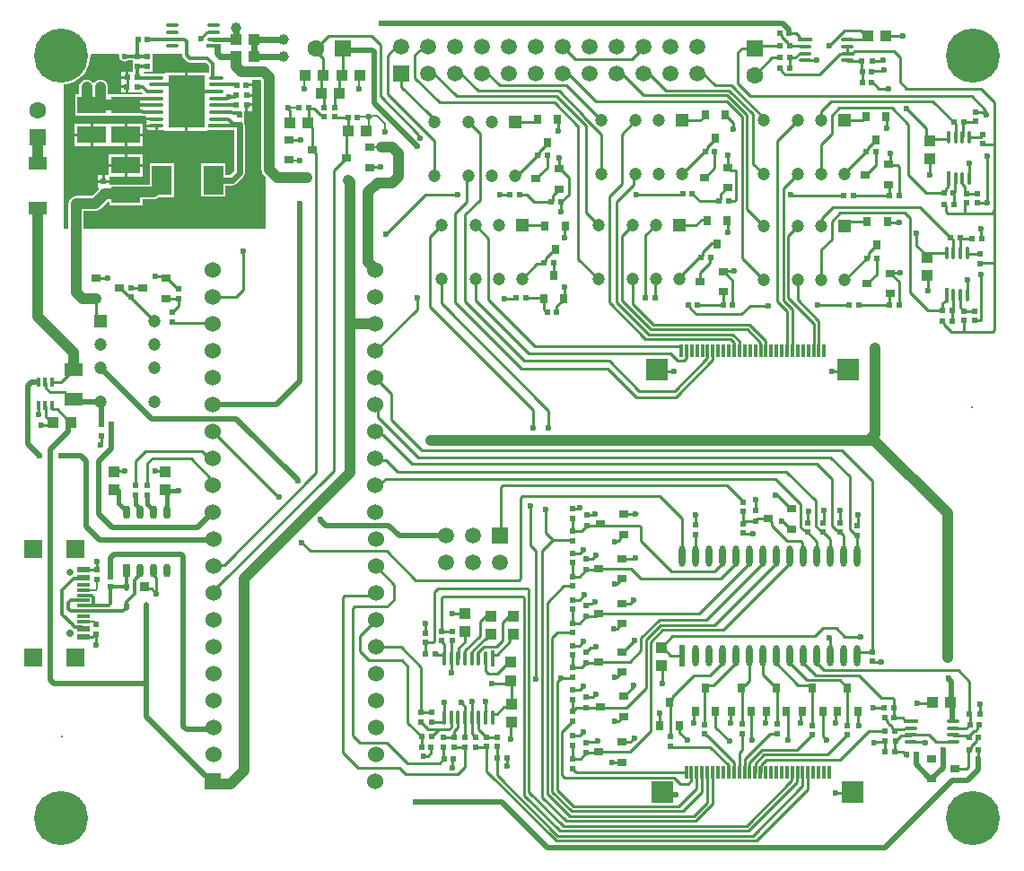
<source format=gtl>
G04*
G04 #@! TF.GenerationSoftware,Altium Limited,Altium Designer,20.2.7 (254)*
G04*
G04 Layer_Physical_Order=1*
G04 Layer_Color=255*
%FSLAX44Y44*%
%MOMM*%
G71*
G04*
G04 #@! TF.SameCoordinates,9CD01B2A-BDB8-435C-8192-B58A78D25C19*
G04*
G04*
G04 #@! TF.FilePolarity,Positive*
G04*
G01*
G75*
%ADD12C,0.2540*%
%ADD13C,0.2000*%
%ADD64R,1.3000X0.3000*%
%ADD65R,1.3000X0.6000*%
%ADD66R,2.7000X1.6000*%
%ADD67R,0.6000X0.6000*%
%ADD68R,0.6000X0.5500*%
%ADD69R,0.6000X0.6000*%
%ADD70R,0.5500X0.6000*%
%ADD71R,1.1000X1.0000*%
%ADD72R,0.4000X0.9000*%
%ADD73R,1.9050X2.7900*%
%ADD74O,1.5000X0.3500*%
%ADD75R,1.5000X0.3500*%
%ADD76R,3.4000X5.0000*%
%ADD77O,0.7000X1.3000*%
%ADD78R,0.7000X1.3000*%
%ADD79C,0.3000*%
%ADD80R,2.0000X2.0000*%
%ADD81R,0.3000X1.2000*%
%ADD82R,0.9000X0.8000*%
%ADD83R,0.8000X0.9000*%
%ADD84R,0.8800X0.8500*%
%ADD85O,0.5000X0.8500*%
%ADD86R,1.7600X1.3000*%
%ADD87R,1.8000X1.3000*%
%ADD88O,1.3500X0.3500*%
%ADD89R,1.3500X0.3500*%
%ADD90O,0.3500X1.3500*%
%ADD91R,0.3500X1.3500*%
%ADD92O,0.3500X1.5000*%
%ADD93R,0.3500X1.5000*%
%ADD94O,0.6000X2.0000*%
%ADD95R,0.6000X2.0000*%
%ADD96R,1.0000X1.1000*%
%ADD97C,0.3000*%
%ADD98C,0.6000*%
%ADD99C,0.4000*%
%ADD100C,0.3500*%
%ADD101C,1.0000*%
%ADD102C,0.5000*%
%ADD103C,0.3810*%
%ADD104C,0.6500*%
%ADD105R,1.7000X1.7000*%
%ADD106C,0.7000*%
%ADD107C,5.1000*%
%ADD108C,1.2000*%
%ADD109R,1.2000X1.2000*%
%ADD110R,1.2000X1.2000*%
%ADD111C,1.5000*%
%ADD112R,1.5000X1.5000*%
%ADD113R,1.6000X1.6000*%
%ADD114C,1.6000*%
%ADD115R,1.6000X1.6000*%
%ADD116R,1.5240X1.5240*%
%ADD117C,1.5240*%
%ADD118C,0.6000*%
%ADD119C,1.0000*%
G36*
X154177Y760000D02*
X154468Y758537D01*
X155296Y757296D01*
X158296Y754296D01*
X159537Y753468D01*
X161000Y753177D01*
X176416D01*
X179177Y750416D01*
Y743519D01*
X178810Y743304D01*
X177540Y743540D01*
Y743540D01*
X159270D01*
Y716000D01*
Y688460D01*
X177540D01*
Y689500D01*
X185631D01*
X186000Y689427D01*
X202902D01*
Y651112D01*
X199136Y647345D01*
X195035D01*
Y658197D01*
X171985D01*
Y626297D01*
X195035D01*
Y637149D01*
X201247D01*
X203198Y637537D01*
X204852Y638643D01*
X211605Y645395D01*
X212710Y647049D01*
X213098Y649000D01*
Y694000D01*
X213000Y694492D01*
Y697730D01*
X213000Y699000D01*
X213000D01*
Y699000D01*
X213000D01*
Y707460D01*
X213730D01*
Y713000D01*
X215000D01*
Y714270D01*
X220540D01*
Y716460D01*
Y720730D01*
X215000D01*
Y723270D01*
X220540D01*
Y727540D01*
X220040D01*
Y730730D01*
X214500D01*
Y733270D01*
X220040D01*
Y736940D01*
X228076D01*
X228940Y736076D01*
Y652000D01*
X229180Y650173D01*
X229886Y648470D01*
X231008Y647008D01*
X233000Y645015D01*
Y596000D01*
X61060D01*
Y612940D01*
X72000D01*
X73827Y613180D01*
X75530Y613885D01*
X76992Y615008D01*
X83925Y621940D01*
X85500D01*
Y618000D01*
X116500D01*
Y623940D01*
X127000D01*
X128827Y624180D01*
X130530Y624885D01*
X131992Y626008D01*
X132035Y626050D01*
X146525D01*
Y657950D01*
X123475D01*
Y638060D01*
X104000D01*
X103541Y638000D01*
X85540D01*
Y639730D01*
X74460D01*
Y635460D01*
X75000D01*
Y632985D01*
X69075Y627060D01*
X67379D01*
X67000Y627110D01*
X66620Y627060D01*
X54380D01*
X54000Y627110D01*
X52173Y626870D01*
X50470Y626164D01*
X49008Y625042D01*
X47885Y623580D01*
X47180Y621877D01*
X46940Y620050D01*
X46943Y620025D01*
X46940Y620000D01*
Y596000D01*
X42000D01*
Y732509D01*
X44355Y732695D01*
X48564Y733705D01*
X52563Y735361D01*
X56254Y737623D01*
X59546Y740434D01*
X62357Y743726D01*
X64618Y747417D01*
X66275Y751416D01*
X67285Y755625D01*
X67625Y759940D01*
X67615Y760067D01*
X68477Y761000D01*
X94005D01*
X95047Y759730D01*
X94902Y759000D01*
X95290Y757049D01*
X96395Y755395D01*
X98049Y754290D01*
X100000Y753902D01*
X101951Y754290D01*
X103278Y755177D01*
X107250D01*
Y745233D01*
X107250Y744500D01*
X106067Y744290D01*
X103770D01*
Y739000D01*
X102500D01*
Y737730D01*
X96960D01*
Y735540D01*
X96460D01*
Y731270D01*
X102000D01*
Y730000D01*
X103270D01*
Y724460D01*
X107540D01*
Y725000D01*
X116440D01*
X117021Y724277D01*
X116492Y723073D01*
X101000D01*
X100631Y723000D01*
X85500D01*
X85500Y723000D01*
X84311Y723194D01*
Y729750D01*
X84070Y731577D01*
X83365Y733280D01*
X82242Y734742D01*
X81992Y734992D01*
X80530Y736115D01*
X78827Y736820D01*
X77000Y737060D01*
X75173Y736820D01*
X73470Y736115D01*
X72008Y734992D01*
X71271Y734033D01*
X71101Y733959D01*
X69899D01*
X69729Y734033D01*
X68992Y734992D01*
X67530Y736115D01*
X65827Y736820D01*
X64000Y737060D01*
X62173Y736820D01*
X60470Y736115D01*
X59008Y734992D01*
X57885Y733530D01*
X57180Y731827D01*
X56940Y730000D01*
Y723000D01*
X53500D01*
Y703000D01*
X84500D01*
Y703000D01*
X85500D01*
Y703000D01*
X114864D01*
X115287Y702718D01*
X116750Y702427D01*
X119468D01*
X120156Y701156D01*
X120129Y701020D01*
X130000D01*
Y698480D01*
X120129D01*
X120209Y698076D01*
X120597Y697496D01*
X121081Y696500D01*
X120597Y695504D01*
X120209Y694924D01*
X120129Y694520D01*
X130000D01*
Y693250D01*
X131270D01*
Y688876D01*
X135750D01*
X137190Y689162D01*
X138460Y688490D01*
Y688460D01*
X156730D01*
Y716000D01*
Y743540D01*
X138460D01*
Y742977D01*
X137213Y742282D01*
X135750Y742573D01*
X117398D01*
X117340Y742631D01*
X117475Y743384D01*
X118187Y744000D01*
X126000D01*
Y752730D01*
X126000Y754000D01*
X126000D01*
Y754000D01*
X126000D01*
Y761000D01*
X154177D01*
Y760000D01*
D02*
G37*
%LPC*%
G36*
X101230Y744290D02*
X96960D01*
Y740270D01*
X101230D01*
Y744290D01*
D02*
G37*
G36*
X100730Y728730D02*
X96460D01*
Y724460D01*
X100730D01*
Y728730D01*
D02*
G37*
G36*
X220540Y711730D02*
X216270D01*
Y707460D01*
X220540D01*
Y711730D01*
D02*
G37*
G36*
X128730Y691980D02*
X120129D01*
X120209Y691576D01*
X121157Y690157D01*
X122576Y689209D01*
X124250Y688876D01*
X128730D01*
Y691980D01*
D02*
G37*
G36*
X117040Y695540D02*
X102270D01*
Y686270D01*
X117040D01*
Y695540D01*
D02*
G37*
G36*
X67730D02*
X52960D01*
Y686270D01*
X67730D01*
Y695540D01*
D02*
G37*
G36*
X117040Y683730D02*
X102270D01*
Y674460D01*
X117040D01*
Y683730D01*
D02*
G37*
G36*
X99730Y695540D02*
X70270D01*
Y685000D01*
Y674460D01*
X99730D01*
Y685000D01*
Y695540D01*
D02*
G37*
G36*
X67730Y683730D02*
X52960D01*
Y674460D01*
X67730D01*
Y683730D01*
D02*
G37*
G36*
X117040Y666540D02*
X102270D01*
Y657270D01*
X117040D01*
Y666540D01*
D02*
G37*
G36*
X99730D02*
X84960D01*
Y657270D01*
X99730D01*
Y666540D01*
D02*
G37*
G36*
X117040Y654730D02*
X102270D01*
Y645460D01*
X117040D01*
Y654730D01*
D02*
G37*
G36*
X99730D02*
X84960D01*
Y646540D01*
X81270D01*
Y642270D01*
X85540D01*
Y645460D01*
X99730D01*
Y654730D01*
D02*
G37*
G36*
X78730Y646540D02*
X74460D01*
Y642270D01*
X78730D01*
Y646540D01*
D02*
G37*
%LPD*%
D12*
X74000Y274500D02*
Y282000D01*
X60675Y274750D02*
X60800Y274625D01*
X73875D01*
X74000Y274500D01*
X559500Y92390D02*
X569764D01*
X514370Y598310D02*
X514870Y597810D01*
X135760Y367270D02*
X137470Y368980D01*
X71096Y212533D02*
X72032D01*
X60700Y210800D02*
X69363D01*
X58700D02*
X60700D01*
X63663Y274750D02*
X65393Y276480D01*
X60675Y274750D02*
X63663D01*
X69363Y210800D02*
X71096Y212533D01*
X73032Y203577D02*
Y213468D01*
X102250Y738750D02*
X102500Y739000D01*
X102250Y730250D02*
Y738750D01*
X102000Y730000D02*
X102250Y730250D01*
X215000Y722000D02*
X215500Y722500D01*
X223500D01*
X224000Y723000D01*
X183816Y781316D02*
X184000Y781500D01*
X177318Y781316D02*
X183816D01*
X172000Y775998D02*
X177318Y781316D01*
X340960Y721420D02*
Y770040D01*
X332690Y778310D02*
X340960Y770040D01*
X292260Y778310D02*
X332690D01*
X212000Y539000D02*
Y575000D01*
X204540Y531540D02*
X212000Y539000D01*
X183220Y531540D02*
X204540D01*
X859299Y680400D02*
X876786D01*
X804910Y734750D02*
X811430Y728230D01*
X605870Y201810D02*
X606870D01*
X193562Y278662D02*
X280493Y365593D01*
X280493Y667287D02*
X280493Y365593D01*
X277060Y670720D02*
X280493Y667287D01*
X16000Y451000D02*
X18500D01*
X25730Y418643D02*
Y428270D01*
X28770Y416730D02*
X32500Y413000D01*
X25730Y418643D02*
X27643Y416730D01*
X28770D01*
X30500Y411000D02*
X32500Y413000D01*
X49500Y463000D02*
X52000D01*
X45270Y416730D02*
X45770D01*
X32230Y425770D02*
X36230D01*
X45270Y416730D01*
X21000Y411000D02*
X30500D01*
X49000Y413000D02*
X49500D01*
X25000Y429000D02*
X25730Y428270D01*
X45770Y416730D02*
X49500Y413000D01*
X31500Y426500D02*
X32230Y425770D01*
X31500Y426500D02*
Y429000D01*
X18750Y421250D02*
Y428750D01*
X18500Y429000D02*
X18750Y428750D01*
Y421250D02*
X19000Y421000D01*
X207002Y415279D02*
Y415280D01*
X334000Y765000D02*
X335488Y763512D01*
X305660Y742510D02*
Y766310D01*
X340960Y721420D02*
X377195Y685185D01*
X648690Y604810D02*
X649500Y604000D01*
X644370Y604810D02*
X648690D01*
X658190Y582810D02*
X659000Y582000D01*
X653870Y582810D02*
X658190D01*
X644809Y573749D02*
X653870Y582810D01*
X622871Y550061D02*
X642530Y569720D01*
X644049D01*
X644809Y570480D02*
Y573749D01*
X644049Y569720D02*
X644809Y570480D01*
X642870Y555050D02*
X652000Y564180D01*
Y569940D01*
X63880Y376880D02*
X63948Y376948D01*
X29376Y442000D02*
X43204D01*
X49500Y433000D02*
X52000D01*
X44270Y438230D02*
X49500Y433000D01*
X44270Y438230D02*
Y440934D01*
X43204Y442000D02*
X44270Y440934D01*
X25000Y451000D02*
X25730Y450270D01*
Y445646D02*
Y450270D01*
Y445646D02*
X29376Y442000D01*
X39500Y451000D02*
X49500Y461000D01*
X31500Y451000D02*
X39500D01*
X76961Y392058D02*
X77670Y392767D01*
Y400350D01*
X86920Y400600D02*
X86920Y400600D01*
X75723Y431363D02*
X77300Y432940D01*
X129620Y251940D02*
X129620D01*
X118340Y258490D02*
X120332Y256498D01*
X125062D01*
X129620Y251940D01*
X127170Y269273D02*
Y273480D01*
Y269273D02*
X129620Y266823D01*
Y251940D02*
Y266823D01*
X821870Y553810D02*
X822370Y554310D01*
X831870D01*
X912350Y703340D02*
Y708220D01*
X902730Y706400D02*
X909290D01*
X912350Y703340D01*
X898990Y721580D02*
X912350Y708220D01*
X690180Y721580D02*
X898990D01*
X920000Y675900D02*
Y715848D01*
X837518Y728392D02*
X907455D01*
X920000Y715848D01*
X695960Y768500D02*
X718160D01*
X694160Y766700D02*
X695960Y768500D01*
X401340Y148570D02*
Y149460D01*
Y134340D02*
Y149460D01*
Y134340D02*
X401370Y134310D01*
X427370D02*
Y149770D01*
X427580Y149980D01*
X439950Y134730D02*
X440370Y134310D01*
X439950Y134730D02*
Y149930D01*
X420686Y134494D02*
X420870Y134310D01*
X420686Y134494D02*
Y145378D01*
X417810Y148254D02*
X420686Y145378D01*
X417810Y148254D02*
Y149190D01*
X419280D01*
X460240Y89360D02*
X460580Y89700D01*
Y96600D01*
X433870Y123900D02*
Y134310D01*
X284620Y321190D02*
Y321945D01*
X640570Y747610D02*
X656870Y731310D01*
X373870Y738310D02*
Y760310D01*
Y738310D02*
X396870Y715310D01*
X347870Y723310D02*
Y759710D01*
X287960Y710810D02*
Y721810D01*
X302460Y724310D02*
Y739310D01*
X578670Y756310D02*
X589470Y767110D01*
X525270Y756310D02*
X578670D01*
X513270Y768310D02*
X525270Y756310D01*
X373870Y760310D02*
X378613Y765053D01*
X347870Y759710D02*
X361170Y773010D01*
X280260Y766310D02*
X292260Y778310D01*
X775018Y611080D02*
X835500D01*
X840480Y536150D02*
Y606100D01*
X835500Y611080D02*
X840480Y606100D01*
Y536150D02*
X857730Y518900D01*
X846800Y580330D02*
Y591650D01*
X682380Y766700D02*
X694160D01*
X678390Y733370D02*
X690180Y721580D01*
X766340Y716780D02*
X862370D01*
X756644Y707084D02*
X766340Y716780D01*
X862370D02*
X883730Y695420D01*
X811430Y728230D02*
X820590D01*
X823498Y710039D02*
X838870Y694667D01*
X773791Y710039D02*
X823498D01*
X856069Y683630D02*
X859299Y680400D01*
X856069Y683630D02*
Y690861D01*
X837620Y709310D02*
X856069Y690861D01*
X838870Y646760D02*
Y694667D01*
X846800Y580330D02*
X856730Y570400D01*
X244950Y342830D02*
X245615D01*
X183240Y404540D02*
X244950Y342830D01*
X275010Y291780D02*
X347130D01*
X267020Y299770D02*
X275010Y291780D01*
X273560Y709749D02*
Y710720D01*
Y696720D02*
Y709749D01*
X183620Y277540D02*
X184742Y278662D01*
X193562D01*
X183620Y252140D02*
Y254690D01*
X296870Y367940D02*
Y651220D01*
X183620Y254690D02*
X296870Y367940D01*
X183220Y404540D02*
X183240D01*
X473420Y342302D02*
X474908Y343790D01*
X604910D01*
X473420Y265718D02*
Y342302D01*
X604910Y343790D02*
X625704Y322996D01*
X347130Y291780D02*
X374680Y264230D01*
X471932D02*
X473420Y265718D01*
X374680Y264230D02*
X471932D01*
X894382Y86310D02*
X895870Y87798D01*
X882870Y86310D02*
X894382D01*
X895870Y87798D02*
Y102830D01*
X446330Y167210D02*
Y168450D01*
Y167210D02*
X461270D01*
X463870Y169810D01*
X464870Y147810D02*
Y167810D01*
Y147310D02*
Y147810D01*
X462548Y144988D02*
X464870Y147310D01*
X450942Y138382D02*
X457548Y144988D01*
X462548D01*
X447313Y138382D02*
X450942D01*
X446870Y134310D02*
Y137939D01*
X447313Y138382D01*
X606870Y64185D02*
X608985Y62070D01*
X619930D01*
X623870Y72310D02*
X631369D01*
X618035Y78145D02*
X623870Y72310D01*
X631369D02*
X634390Y75331D01*
X569377Y92777D02*
X569764Y92390D01*
X336520Y480740D02*
X375870Y520090D01*
Y531316D01*
X346200Y591290D02*
X383220Y628310D01*
X281940Y706456D02*
Y706456D01*
X278647Y709749D02*
X281940Y706456D01*
X273560Y710720D02*
X274531Y709749D01*
X278647D01*
X287960Y701810D02*
Y702060D01*
X286480Y703540D02*
X287960Y702060D01*
X284855Y703540D02*
X286480D01*
X281940Y706456D02*
X284855Y703540D01*
X255290Y679990D02*
X265850D01*
X255060Y680220D02*
X255290Y679990D01*
X73000Y213500D02*
X73032Y213468D01*
Y203577D02*
X73065Y203545D01*
X454770Y306410D02*
Y352432D01*
X456258Y353920D02*
X667982D01*
X454770Y352432D02*
X456258Y353920D01*
X522378Y331777D02*
X528337D01*
X529158Y332598D01*
X625704Y287288D02*
Y322996D01*
X667982Y353920D02*
X683374Y338527D01*
X581999Y326981D02*
X582431D01*
X570377Y326777D02*
X581795D01*
X581999Y326981D01*
X582431D02*
X583260Y327810D01*
X586870Y301310D02*
Y314822D01*
Y301310D02*
X615870Y272310D01*
X339957Y353740D02*
X346027Y359810D01*
X743870Y309560D02*
Y309810D01*
X713994Y359810D02*
X737850Y335955D01*
X346027Y359810D02*
X713994D01*
X743870Y309810D02*
Y310060D01*
X737850Y314456D02*
Y335955D01*
X713730Y344780D02*
X715400D01*
X712060D02*
X713730D01*
X570877Y154777D02*
X579970Y163870D01*
Y165180D01*
X569877Y196777D02*
X580580Y207480D01*
Y207610D01*
X569377Y196777D02*
X569877D01*
X587030Y197833D02*
Y209935D01*
X576474Y187277D02*
X587030Y197833D01*
X547377Y187277D02*
X576474D01*
X604404Y227310D02*
X648927D01*
X587030Y209935D02*
X604404Y227310D01*
X591570Y162845D02*
Y208055D01*
X573035Y144310D02*
X591570Y162845D01*
X549344Y144310D02*
X573035D01*
X605825Y222310D02*
X656627D01*
X591570Y208055D02*
X605825Y222310D01*
X596110Y121993D02*
Y206175D01*
X576394Y102277D02*
X596110Y121993D01*
X547377Y102277D02*
X576394D01*
X607245Y217310D02*
X664327D01*
X596110Y206175D02*
X607245Y217310D01*
X569378Y284777D02*
X581167D01*
X581687Y285297D01*
X604370Y127310D02*
X604550Y127490D01*
Y138600D01*
X758370Y116650D02*
Y140310D01*
Y116650D02*
X761860Y113160D01*
X762740Y99770D02*
X781258Y118287D01*
X703160Y99770D02*
X762740D01*
X725350Y113670D02*
Y139330D01*
X724370Y140310D02*
X725350Y139330D01*
X623370Y120660D02*
X630750Y113280D01*
X623370Y120660D02*
Y127310D01*
X652420Y107010D02*
X669390Y90040D01*
X615170Y107010D02*
X652420D01*
X614870Y107310D02*
X615170Y107010D01*
X657370Y125750D02*
Y140310D01*
X670540Y112300D02*
Y112580D01*
X657370Y125750D02*
X670540Y112580D01*
X691370Y113530D02*
Y140310D01*
Y113530D02*
X691630Y113270D01*
X562532Y301722D02*
X565558D01*
X561870Y301060D02*
X562532Y301722D01*
X791370Y128680D02*
Y140310D01*
Y128680D02*
X792760Y127290D01*
X728370Y331810D02*
X728870D01*
X715400Y344780D02*
X728370Y331810D01*
X569374Y242278D02*
X576857D01*
X580140Y245560D01*
X570377Y154777D02*
X570877D01*
X569377Y111777D02*
X577027D01*
X580650Y115400D01*
X145100Y508440D02*
X146250Y507290D01*
X182070D01*
X183220Y506140D01*
X383220Y628310D02*
X413870D01*
X296870Y651220D02*
X308960Y663310D01*
X125900Y379320D02*
X162340D01*
X180790Y356170D02*
X183220Y353740D01*
X162340Y379320D02*
X180790Y360870D01*
Y356170D02*
Y360870D01*
X110470Y377240D02*
X119130Y385900D01*
X110470Y353980D02*
Y377240D01*
X119130Y385900D02*
X173040D01*
X121470Y353980D02*
Y374890D01*
X125900Y379320D01*
X173040Y385900D02*
X179800Y379140D01*
X183220D01*
X183210Y302530D02*
X183620Y302940D01*
X129100Y367270D02*
X135760D01*
X137470Y368980D02*
X138470Y367980D01*
X94470D02*
X95030Y367420D01*
X99640D01*
X330960Y653810D02*
X331420Y654270D01*
X341510D01*
X377195Y684349D02*
Y685185D01*
X378584Y682024D02*
Y682960D01*
X377195Y684349D02*
X378584Y682960D01*
X218350Y759880D02*
X219580Y758650D01*
X320190Y87240D02*
X358730D01*
X364830Y81140D01*
X305750Y101680D02*
X320190Y87240D01*
X364830Y81140D02*
X413800D01*
X336520Y455340D02*
X351650Y440210D01*
Y415601D02*
X380625Y386625D01*
X351650Y415601D02*
Y440210D01*
X380625Y386625D02*
X776555D01*
X338950Y418710D02*
X377240Y380420D01*
X765760D01*
X783870Y362310D01*
X776555Y386625D02*
X804870Y358310D01*
X356940Y367060D02*
X724120D01*
X336520Y379140D02*
X337892Y377768D01*
X346232D01*
X356940Y367060D01*
X336520Y404540D02*
X339957D01*
X343479Y401018D01*
X344082D01*
X370790Y374310D01*
X752870D01*
X338950Y418710D02*
Y427510D01*
X336520Y429940D02*
X338950Y427510D01*
X336520Y353740D02*
X339957D01*
X391660Y252923D02*
X395097Y256360D01*
X481330Y64850D02*
Y254872D01*
X395097Y256360D02*
X479842D01*
X481330Y254872D01*
X476790Y61390D02*
Y247802D01*
X475302Y249290D02*
X476790Y247802D01*
X398940D02*
X400428Y249290D01*
X398940Y216240D02*
Y247802D01*
X400428Y249290D02*
X475302D01*
X391660Y206928D02*
Y252923D01*
X409060Y233350D02*
X420670D01*
X421070Y233750D01*
X383550Y205440D02*
X390172D01*
X391660Y206928D01*
X383770Y214660D02*
Y223435D01*
X383990Y223655D01*
X383550Y214440D02*
X383770Y214660D01*
X383550Y194990D02*
X384000Y194540D01*
X383550Y194990D02*
Y205440D01*
X407870Y176830D02*
Y190310D01*
X407750Y176710D02*
X407870Y176830D01*
X398940Y216240D02*
X399030Y216330D01*
X408510D01*
X408600Y216420D01*
X401370Y193939D02*
Y204560D01*
Y190310D02*
Y193939D01*
X398940Y206990D02*
X401370Y204560D01*
X398940Y206990D02*
Y207240D01*
X393000Y194540D02*
X393158Y194382D01*
X407870Y190310D02*
X408054Y190494D01*
Y206874D01*
X408600Y207420D01*
X421070Y206440D02*
Y215750D01*
X414554Y199923D02*
X421070Y206440D01*
X414554Y190494D02*
Y199923D01*
X414370Y190310D02*
X414554Y190494D01*
X421054D02*
Y197814D01*
X420870Y190310D02*
X421054Y190494D01*
Y197814D02*
X435160Y211920D01*
X409100Y87650D02*
Y94490D01*
X410090Y95480D01*
X346790Y111340D02*
X366600Y91530D01*
X396890D02*
X400840Y95480D01*
X366600Y91530D02*
X396890D01*
X388818Y106218D02*
X389090Y106490D01*
X388818Y101418D02*
Y106218D01*
X386090Y98690D02*
X388818Y101418D01*
X382660Y98690D02*
X386090D01*
X382100Y98130D02*
X382660Y98690D01*
X400840Y95480D02*
X401090D01*
X321590Y111340D02*
X346790D01*
X315170Y117760D02*
X321590Y111340D01*
X315170Y117760D02*
Y237872D01*
X305750Y101680D02*
Y248422D01*
X361392Y188820D02*
X366870Y183342D01*
X322060Y197010D02*
X330250Y188820D01*
X361392D01*
X322060Y197010D02*
Y211880D01*
X336920Y226740D01*
X305750Y248422D02*
X307238Y249910D01*
X334690D02*
X336920Y252140D01*
X307238Y249910D02*
X334690D01*
X347550Y239360D02*
X354188Y245998D01*
X316658Y239360D02*
X347550D01*
X354188Y245998D02*
Y260272D01*
X315170Y237872D02*
X316658Y239360D01*
X336920Y277540D02*
X354188Y260272D01*
X379390Y139660D02*
Y182380D01*
X336920Y201340D02*
X360430D01*
X379390Y182380D01*
X366870Y129750D02*
Y183342D01*
X379990Y116630D02*
X380240D01*
X366870Y129750D02*
X379990Y116630D01*
X420870Y88210D02*
Y106810D01*
X413800Y81140D02*
X420870Y88210D01*
X379390Y139660D02*
X379465Y139735D01*
X389795D01*
X389870Y139810D01*
X379390Y130410D02*
Y130660D01*
Y130410D02*
X386260Y123540D01*
X396400D01*
X380090Y106490D02*
X380165Y106565D01*
Y116555D01*
X380240Y116630D01*
X400860Y95710D02*
X401090Y95480D01*
X400860Y95710D02*
Y106510D01*
X400630Y106740D02*
X400860Y106510D01*
X410870Y106670D02*
X410940Y106740D01*
X420800D01*
X420870Y106810D01*
X441270Y83910D02*
Y107250D01*
Y83910D02*
X506870Y18310D01*
X508450Y23310D02*
X692870D01*
X451580Y80180D02*
Y96600D01*
Y80180D02*
X508450Y23310D01*
X450920Y107320D02*
X451250Y106990D01*
Y96930D02*
Y106990D01*
Y96930D02*
X451580Y96600D01*
X431090Y106750D02*
X431340Y107000D01*
X441020D01*
X441270Y107250D01*
Y116250D02*
X441305Y116285D01*
X450885D01*
X450920Y116320D01*
X427370Y119720D02*
Y134310D01*
Y119720D02*
X431090Y116000D01*
Y115750D02*
Y116000D01*
X441270Y116250D02*
Y116500D01*
X433870Y123900D02*
X441270Y116500D01*
X400630Y115740D02*
X400665Y115705D01*
X410835D01*
X410870Y115670D01*
X405900Y123540D02*
X407870Y125510D01*
X396400Y123540D02*
X405900D01*
X407870Y125510D02*
Y134310D01*
X414186Y125406D02*
Y134126D01*
X410870Y115670D02*
Y122090D01*
X414186Y125406D01*
X389490Y116630D02*
X396400Y123540D01*
X389240Y116630D02*
X389490D01*
X420870Y115810D02*
Y134310D01*
X427370Y196320D02*
X428850Y197800D01*
Y198139D02*
X440061Y209350D01*
X441870Y209630D02*
Y212310D01*
X435160Y211920D02*
Y225600D01*
X428850Y197800D02*
Y198139D01*
X427370Y190310D02*
Y196320D01*
X440061Y209350D02*
X441590D01*
X441870Y209630D01*
X435160Y225600D02*
X440870Y231310D01*
X438508Y201297D02*
X450407D01*
X456420Y207310D02*
Y224860D01*
X450407Y201297D02*
X456420Y207310D01*
X462850Y206290D02*
Y211290D01*
X446870Y190310D02*
Y193902D01*
X447350Y194382D01*
X450942D01*
X462850Y206290D01*
X456420Y224860D02*
X462870Y231310D01*
X462850Y211290D02*
X463870Y212310D01*
X254060Y709784D02*
Y710720D01*
Y709784D02*
X255560Y708284D01*
Y695720D02*
Y708284D01*
X678390Y762710D02*
X682380Y766700D01*
X678390Y733370D02*
Y762710D01*
X831260Y734650D02*
X837518Y728392D01*
X831260Y734650D02*
Y757640D01*
X825410Y763490D02*
X831260Y757640D01*
X781660Y761500D02*
X786638D01*
X788628Y763490D01*
X825410D01*
X781660Y761500D02*
Y768000D01*
X920000Y564081D02*
Y613029D01*
Y675900D01*
X766870Y703119D02*
X773791Y710039D01*
X805410Y754750D02*
X814910D01*
X815160Y755000D01*
X805160Y754500D02*
X805410Y754750D01*
X767870Y616310D02*
X850070D01*
X872730Y629900D02*
X872980D01*
X855730D02*
X872730D01*
X838870Y646760D02*
X855730Y629900D01*
X766870Y586310D02*
Y602932D01*
X775018Y611080D01*
X818660Y778500D02*
X819308Y777852D01*
X834012D01*
X686790Y614389D02*
Y703609D01*
X682250Y568130D02*
Y701729D01*
X589750Y722230D02*
X668169D01*
X544870Y716310D02*
X667669D01*
X610610Y726770D02*
X670050D01*
X671930Y731310D02*
X702644Y700596D01*
Y698268D02*
Y700596D01*
X668169Y722230D02*
X686790Y703609D01*
X667669Y716310D02*
X682250Y701729D01*
X670050Y726770D02*
X692608Y704212D01*
Y657504D02*
Y704212D01*
X656870Y731310D02*
X671930D01*
X719890Y744396D02*
X722805Y741480D01*
X718160Y747500D02*
X718410D01*
X719890Y746020D01*
Y744396D02*
Y746020D01*
X726910Y768500D02*
X727160D01*
X717660Y780500D02*
X717910D01*
X719390Y777395D02*
Y779020D01*
X717910Y780500D02*
X719390Y779020D01*
Y777395D02*
X722265Y774520D01*
X722514D01*
X736377Y761316D02*
X741976D01*
X742160Y761500D01*
X736400Y768500D02*
X736900Y768000D01*
X742160D01*
X736680Y774980D02*
Y777290D01*
Y774980D02*
X737160Y774500D01*
X742160D01*
X764410Y768750D02*
X764410D01*
X781476Y761316D02*
X781660Y761500D01*
Y755000D02*
X781844Y754816D01*
X804660Y734500D02*
X804910Y734750D01*
X804660Y744500D02*
X804910Y744750D01*
X694160Y741300D02*
X710360Y757500D01*
X722514Y774520D02*
X725430Y771605D01*
Y769980D02*
X726910Y768500D01*
X725430Y769980D02*
Y771605D01*
X727160Y747500D02*
Y757500D01*
X710360D02*
X718160D01*
X727160D02*
X732561D01*
X736377Y761316D01*
X727160Y768500D02*
X736400D01*
X726660Y780500D02*
X733470D01*
X736680Y777290D01*
X814910Y744750D02*
X816106Y745946D01*
X804910Y744750D02*
X814910D01*
X795660Y734500D02*
Y744500D01*
X795410Y744750D02*
X795660Y744500D01*
X774736Y761316D02*
X781476D01*
X795160Y754500D02*
X795410Y754250D01*
X781844Y754816D02*
X794844D01*
X795160Y754500D01*
X779160Y783500D02*
X794660D01*
X799660Y778500D01*
X781660Y774500D02*
X795660D01*
X799660Y778500D01*
X754900Y741480D02*
X774736Y761316D01*
X795410Y744750D02*
Y754250D01*
X764410Y768750D02*
X779160Y783500D01*
X722805Y741480D02*
X754900D01*
X742160Y755000D02*
X752660D01*
X905370Y95890D02*
Y104310D01*
X905250Y95770D02*
X905370Y95890D01*
X906870Y138310D02*
Y147310D01*
X896870Y138310D02*
Y168560D01*
X886120Y179310D02*
X896870Y168560D01*
X759682Y179310D02*
X886120D01*
X904640Y126830D02*
X906120Y128310D01*
X904640Y124330D02*
Y126830D01*
X902640Y122330D02*
X904640Y124330D01*
X901015Y122330D02*
X902640D01*
X896370Y117684D02*
X901015Y122330D01*
X897120Y128310D02*
Y138060D01*
Y128310D02*
X897120Y128310D01*
X893620Y124810D02*
X897120Y128310D01*
X564370Y747610D02*
X589750Y722230D01*
X589770Y747610D02*
X610610Y726770D01*
X728370Y627810D02*
X777870D01*
X715870Y679494D02*
X734644Y698268D01*
X715870Y527310D02*
Y679494D01*
X721061Y633885D02*
X734644Y647468D01*
X725601Y530579D02*
Y589039D01*
X715870Y527310D02*
X724870Y518310D01*
X725601Y530579D02*
X749870Y506310D01*
X727870Y628310D02*
X728370Y627810D01*
X725601Y589039D02*
X734871Y598309D01*
X721061Y528699D02*
X729870Y519889D01*
X721061Y528699D02*
Y633885D01*
X589470Y767110D02*
Y768310D01*
X636870Y129310D02*
Y138810D01*
X569877Y307777D02*
X570377D01*
X567146Y305047D02*
X569877Y307777D01*
X567146Y303310D02*
Y305047D01*
X565558Y301722D02*
X567146Y303310D01*
X562423Y260507D02*
X564108D01*
X561870Y261060D02*
X562423Y260507D01*
X564108D02*
X569378Y265777D01*
X564407Y218310D02*
X569374Y223277D01*
X561620Y218310D02*
X564407D01*
X564322Y173222D02*
X568877Y177777D01*
X562532Y173222D02*
X564322D01*
X561870Y172560D02*
X562532Y173222D01*
X562620Y131060D02*
X565660D01*
X570377Y135777D01*
X724120Y367060D02*
X751870Y339310D01*
X752870Y374310D02*
X767318Y359862D01*
X549343Y316310D02*
X585382D01*
X548376Y317277D02*
X549343Y316310D01*
X585382D02*
X586870Y314822D01*
X694870Y330310D02*
Y340310D01*
X482870Y297310D02*
Y334290D01*
X542901Y326277D02*
X543409Y326786D01*
X779120Y211310D02*
X793870D01*
X758870Y219060D02*
X771370D01*
X779120Y211310D01*
X616620Y211560D02*
X751370D01*
X758870Y219060D01*
X606870Y201810D02*
X616620Y211560D01*
X625432Y193560D02*
X625704Y193288D01*
X615120Y193560D02*
X625432D01*
X606870Y201810D02*
X615120Y193560D01*
X804870Y196810D02*
Y358310D01*
X129100Y550940D02*
X137600D01*
X474644Y599268D02*
X494412D01*
X495370Y598310D01*
X859730Y646900D02*
Y661400D01*
X673620Y690310D02*
Y696060D01*
X666370Y703310D02*
X673620Y696060D01*
X484870Y408060D02*
Y425310D01*
X499870Y408060D02*
Y424310D01*
X766870Y686310D02*
Y703119D01*
X548377Y145277D02*
X549344Y144310D01*
X308960Y663310D02*
Y687310D01*
X387870Y522310D02*
Y588494D01*
Y522310D02*
X484870Y425310D01*
X398644Y525536D02*
Y548468D01*
Y525536D02*
X499870Y424310D01*
X555870Y464310D02*
X582870Y437310D01*
X411870Y526310D02*
X473870Y464310D01*
X555870D01*
X556870Y471310D02*
X584870Y443310D01*
X420870Y527310D02*
X476870Y471310D01*
X556870D01*
X411870Y526310D02*
Y610310D01*
X420870Y527310D02*
Y609310D01*
X480870Y478310D02*
X614870D01*
X430644Y528536D02*
Y548468D01*
Y528536D02*
X480870Y478310D01*
X442870Y529310D02*
Y587042D01*
Y529310D02*
X486870Y485310D01*
X624640D01*
X913730Y620900D02*
Y664900D01*
X905230Y620900D02*
X913730D01*
X917730Y610900D02*
Y610900D01*
X919859Y613029D01*
X892730Y610900D02*
X917730D01*
X906730Y563400D02*
X907411Y564081D01*
X920000D01*
Y500388D02*
Y564081D01*
X891730Y498900D02*
X918512D01*
X920000Y500388D01*
X892730Y619400D02*
X893730Y620400D01*
X892730Y610900D02*
Y619400D01*
X874960Y612388D02*
Y617420D01*
Y612388D02*
X876448Y610900D01*
X892730D01*
X910230Y675900D02*
X920000D01*
X904730Y620400D02*
X905230Y620900D01*
X907750Y509400D02*
Y552880D01*
X907730Y552900D02*
X907750Y552880D01*
X901730Y509400D02*
X907750D01*
X907980Y587150D02*
X908230Y586900D01*
X907980Y587150D02*
Y595650D01*
X907730Y595900D02*
X907980Y595650D01*
X777870Y627810D02*
X778370Y627310D01*
X582870Y628310D02*
X625370D01*
X626370Y629310D01*
X564330Y621770D02*
X580258Y637698D01*
Y645896D01*
X564330Y526429D02*
Y621770D01*
X689870Y523310D02*
X706870D01*
X681870Y515310D02*
X689870Y523310D01*
X631370Y524310D02*
X631620D01*
X633100Y522830D01*
Y521205D02*
Y522830D01*
Y521205D02*
X638996Y515310D01*
X681870D01*
X753870Y524310D02*
X783370D01*
X724870Y481310D02*
Y518310D01*
X640370Y524310D02*
X664370D01*
X673370D02*
Y547310D01*
X598710Y505470D02*
X689255D01*
X596250Y500930D02*
X687374D01*
X673335Y496390D02*
X679640Y490085D01*
X594370Y496390D02*
X673335D01*
X671454Y491850D02*
X674640Y488665D01*
X591330Y491850D02*
X671454D01*
X556870Y526310D02*
X591330Y491850D01*
X564330Y526429D02*
X594370Y496390D01*
X687374Y500930D02*
X699640Y488665D01*
X568870Y528310D02*
X596250Y500930D01*
X689255Y505470D02*
X704640Y490085D01*
X578871Y525309D02*
X598710Y505470D01*
X453870Y628310D02*
X463370D01*
X624870Y481310D02*
Y485080D01*
X624640Y485310D02*
X624870Y485080D01*
X515035Y78145D02*
X618035D01*
X535378Y111277D02*
X535894Y111794D01*
X545354D01*
X545870Y112310D01*
X522378Y117777D02*
X528938D01*
X532471Y121310D01*
X532870D01*
X535378Y154277D02*
X541901D01*
X543934Y156310D01*
X544870D01*
X522378Y160777D02*
X528938D01*
X532471Y164310D01*
X532870D01*
X535378Y196277D02*
X539749Y200648D01*
X544208D01*
X544870Y201310D01*
X522378Y202777D02*
X528938D01*
X532471Y206310D01*
X532870D01*
X535378Y240278D02*
X537108Y242008D01*
X540631D01*
X542934Y244310D01*
X543870D01*
X522378Y245777D02*
X528938D01*
X533471Y250310D01*
X533870D01*
X535378Y284277D02*
X540838D01*
X544870Y288310D01*
X522378Y289777D02*
X528938D01*
X532471Y293310D01*
X532870D01*
X536378Y326277D02*
X542901D01*
X817366Y122310D02*
X817370Y122306D01*
X801870Y122310D02*
X817366D01*
X705041Y95230D02*
X774790D01*
X801870Y122310D01*
X906870Y138310D02*
X906870Y138310D01*
X469216Y530423D02*
X469329Y530537D01*
X457983Y530423D02*
X469216D01*
X457870Y530310D02*
X457983Y530423D01*
X387870Y588494D02*
X398644Y599268D01*
X411870Y610310D02*
X422870Y621310D01*
X420870Y609310D02*
X434870Y623310D01*
X482870Y297310D02*
X487600Y292580D01*
Y171310D02*
Y292580D01*
X493870Y292310D02*
X503870Y302310D01*
X476790Y61390D02*
X510330Y27850D01*
X493870Y59310D02*
Y292310D01*
X481330Y64850D02*
X513790Y32390D01*
X493870Y59310D02*
X516250Y36930D01*
X507870Y168310D02*
X511870Y172310D01*
X507870Y66310D02*
Y168310D01*
X511870Y172310D02*
X521911D01*
X522378Y172778D01*
X496870Y309310D02*
Y331310D01*
Y309310D02*
X503870Y302310D01*
X137600Y550940D02*
X139100Y549440D01*
X73100D02*
X73600Y549940D01*
X84100D01*
X77670Y400350D02*
X77920Y400600D01*
X440370Y134310D02*
Y139810D01*
X440870Y140310D01*
X463870Y128810D02*
X464870Y129810D01*
X463870Y114310D02*
Y128810D01*
X605870Y182810D02*
X606870Y181810D01*
Y167310D02*
Y181810D01*
X636870Y138810D02*
X638370Y140310D01*
X671870Y139810D02*
X672370Y140310D01*
X671870Y129310D02*
Y139810D01*
X704870Y139810D02*
X705370Y140310D01*
X704870Y129310D02*
Y139810D01*
X737870Y138810D02*
X739370Y140310D01*
X737870Y129310D02*
Y138810D01*
X770870Y138810D02*
X772370Y140310D01*
X770870Y129310D02*
Y138810D01*
X785995Y63310D02*
X786870Y64185D01*
X770870Y63310D02*
X785995D01*
X638254Y316787D02*
X638562Y317095D01*
Y326002D01*
X638870Y326310D01*
X683378Y308777D02*
X683612Y308544D01*
X692636D01*
X692870Y308310D01*
X728370Y312810D02*
X728870D01*
X721532Y319648D02*
X728370Y312810D01*
X720532Y319648D02*
X721532D01*
X719870Y320310D02*
X720532Y319648D01*
X743870Y318810D02*
X744370Y319310D01*
Y328810D01*
X744870Y329310D01*
X758870Y318810D02*
X759370Y319310D01*
Y329810D01*
X759870Y330310D01*
X774870Y318810D02*
Y330310D01*
X774870Y330310D01*
X791254Y315788D02*
X791562Y316095D01*
Y326002D01*
X791870Y326310D01*
X765137Y193555D02*
X765404Y193288D01*
X765137Y193555D02*
Y210043D01*
X764870Y210310D02*
X765137Y210043D01*
X804870Y187810D02*
X805120Y187560D01*
X813620D01*
X813870Y187310D01*
X805870Y144310D02*
X815870D01*
X816372Y111808D02*
X816870Y112306D01*
X807368Y111808D02*
X816372D01*
X806870Y111310D02*
X807368Y111808D01*
X817120Y102556D02*
X817370Y102306D01*
X817120Y102556D02*
Y112056D01*
X816870Y112306D02*
X817120Y112056D01*
X841870Y111810D02*
X842054Y111626D01*
X854554D01*
X854870Y111310D01*
X859870Y148310D02*
X860870Y149310D01*
X847870Y148310D02*
X859870D01*
X602120Y462810D02*
X603620Y461310D01*
X617870D01*
X780620D02*
X782120Y462810D01*
X766870Y461310D02*
X780620D01*
X894730Y533400D02*
X894730Y533400D01*
X894730Y533400D02*
Y547900D01*
X856730Y551400D02*
X857730Y550400D01*
Y537900D02*
Y550400D01*
X819370Y603310D02*
X820370Y602310D01*
X830870D01*
X896730Y643400D02*
Y657900D01*
X896730Y657900D01*
X820870Y656810D02*
X821870Y657810D01*
Y667310D01*
X818143Y702269D02*
X818870Y701542D01*
Y691310D02*
Y701542D01*
X668870Y653810D02*
Y665310D01*
X668500Y604000D02*
X669000Y603500D01*
Y593000D02*
Y603500D01*
X664870Y555810D02*
X665370Y556310D01*
X674870D01*
X514370Y530310D02*
X514870Y530810D01*
Y541310D01*
Y587310D02*
Y597810D01*
X511370Y621310D02*
X511620Y621060D01*
Y612560D02*
Y621060D01*
Y612560D02*
X511870Y612310D01*
X509870Y652810D02*
X509870Y652810D01*
Y663310D01*
X508370Y699310D02*
X508870Y698810D01*
Y688310D02*
Y698810D01*
X463870Y168810D02*
X464870Y167810D01*
X440870Y231310D02*
X441870D01*
X393520Y194930D02*
X394549Y195959D01*
X400927Y194382D02*
X401370Y193939D01*
X393158Y194382D02*
X400927D01*
X414186Y134126D02*
X414370Y134310D01*
X389870Y130810D02*
X400927D01*
X401370Y131253D01*
Y134310D01*
X389870Y139810D02*
Y140060D01*
X388390Y141540D02*
X389870Y140060D01*
X423320Y213020D02*
X423590D01*
X462870Y231310D02*
X463870D01*
X435350Y198139D02*
X438508Y201297D01*
X433870Y190310D02*
Y196320D01*
X435350Y197800D01*
Y198139D01*
X440370Y178810D02*
X442818Y176362D01*
X462870Y187810D02*
X463870D01*
X451422Y176362D02*
X462870Y187810D01*
X442818Y176362D02*
X451422D01*
X440370Y178810D02*
Y190310D01*
X386570Y771982D02*
Y773010D01*
X379641Y765053D02*
X386570Y771982D01*
X378613Y765053D02*
X379641D01*
X73100Y513140D02*
X77300Y508940D01*
X106100Y531440D02*
Y531690D01*
X104620Y533170D02*
X106100Y531690D01*
X102370Y533170D02*
X104620D01*
X106100Y531190D02*
Y531440D01*
X95100Y539940D02*
X95600D01*
X128100Y508940D02*
Y509190D01*
X116600Y540440D02*
X117100Y539940D01*
X149244Y521834D02*
X149304D01*
X145100Y517690D02*
X149244Y521834D01*
X139600Y549440D02*
X147870Y541170D01*
X149620D01*
X139100Y549440D02*
X139600D01*
X73100Y513140D02*
Y530440D01*
X95600Y539940D02*
X102370Y533170D01*
X145100Y517440D02*
Y517690D01*
X139100Y530440D02*
X151100D01*
Y523630D02*
Y530440D01*
X149304Y521834D02*
X151100Y523630D01*
X106100Y540440D02*
X116600D01*
X149620Y541170D02*
X151100Y539690D01*
Y539440D02*
Y539690D01*
X106100Y531190D02*
X128100Y509190D01*
X507370Y517310D02*
Y523310D01*
X511140Y527080D01*
X510370Y652810D02*
X518870Y644310D01*
X509870Y652810D02*
X510370D01*
X511140Y527080D02*
X511640D01*
X514370Y529810D01*
Y530310D01*
X511370Y621310D02*
X511620D01*
X518870Y628560D01*
Y644310D01*
X668100Y552580D02*
Y553080D01*
X664870Y555810D02*
X665370D01*
X668100Y552580D02*
X673370Y547310D01*
X665370Y555810D02*
X668100Y553080D01*
X669370Y622310D02*
X675382D01*
X676870Y623798D01*
X676612Y651080D02*
X676870Y650822D01*
Y623798D02*
Y650822D01*
X668870Y653810D02*
X671600Y651080D01*
X676612D01*
X830370Y524310D02*
Y545810D01*
X822370Y553810D02*
X830370Y545810D01*
X821870Y553810D02*
X822370D01*
X830370Y627310D02*
Y654822D01*
X828882Y656310D02*
X830370Y654822D01*
X821370Y656310D02*
X828882D01*
X820870Y656810D02*
X821370Y656310D01*
X467871Y697309D02*
X487369D01*
X622871Y599309D02*
X638869D01*
X644370Y604810D01*
X778871Y598309D02*
X783872Y603310D01*
X800370D01*
X487369Y697309D02*
X489370Y699310D01*
X642868Y698308D02*
X647370Y702810D01*
X625871Y698308D02*
X642868D01*
X778644Y698268D02*
X795642D01*
X799143Y701769D01*
Y702269D01*
X647370Y702810D02*
Y703310D01*
X856730Y570400D02*
X859230Y572900D01*
X875230D01*
X876786Y680400D02*
X877230Y680843D01*
Y682900D01*
X695870Y18310D02*
X744620Y67060D01*
X506870Y18310D02*
X695870D01*
X739620Y70060D02*
Y82685D01*
X692870Y23310D02*
X739620Y70060D01*
X744620Y67060D02*
Y82685D01*
X431090Y106750D02*
X431090Y106750D01*
X783870Y312797D02*
Y362310D01*
X767318Y315988D02*
Y359862D01*
X495370Y520060D02*
Y530310D01*
Y520060D02*
X498120Y517310D01*
X498370D01*
X478329Y530537D02*
X495143D01*
X495370Y530310D01*
X504370Y552810D02*
Y564310D01*
Y552810D02*
X504870Y552310D01*
X474644Y548468D02*
X489006Y562830D01*
X493890D01*
X495370Y564310D01*
X504870Y575810D02*
Y576310D01*
X497100Y568040D02*
X504870Y575810D01*
X497100Y565790D02*
Y568040D01*
X495620Y564310D02*
X497100Y565790D01*
X495370Y564310D02*
X495620D01*
X308960Y687310D02*
X310460Y688810D01*
X277060Y670720D02*
Y691720D01*
X273060Y695720D02*
X277060Y691720D01*
X272560Y695720D02*
X273060D01*
X272560D02*
X273560Y696720D01*
X310460Y688810D02*
Y701310D01*
X297960Y701810D02*
X298210Y701560D01*
X310210D01*
X310460Y701310D01*
X297960Y710810D02*
Y720310D01*
X301960Y724310D01*
X302460D01*
X285460D02*
X287960Y721810D01*
X285460Y724310D02*
Y739310D01*
X287460Y741310D01*
X302460Y739310D02*
X304460Y741310D01*
X305660Y742510D01*
X287460Y741310D02*
Y756808D01*
X280260Y764008D02*
X287460Y756808D01*
X280260Y764008D02*
Y766310D01*
X502370Y621310D02*
X503430Y622370D01*
Y627870D01*
X509370Y633810D01*
X509870D01*
X485870Y621310D02*
X502370D01*
X472370Y628310D02*
X478870D01*
X485870Y621310D01*
X487870Y643310D02*
X488370D01*
X491100Y646040D01*
Y646540D01*
X498370Y653810D01*
Y665310D01*
X489120D02*
X489370D01*
X470319Y646509D02*
X489120Y665310D01*
X467871Y646509D02*
X470319D01*
X489370Y665310D02*
X489620D01*
X491100Y666790D01*
Y669040D01*
X498870Y676810D01*
Y677310D01*
X635370Y629310D02*
X642370Y622310D01*
X660620D01*
X662100Y623790D01*
Y628540D01*
X668370Y634810D01*
X668870D01*
X656370Y653310D02*
Y669310D01*
X647370Y644310D02*
X656370Y653310D01*
X646870Y644310D02*
X647370D01*
X625871Y648061D02*
X648600Y670790D01*
X625871Y647508D02*
Y648061D01*
X648600Y670790D02*
X649100D01*
X656870Y680810D02*
Y681310D01*
X649100Y673040D02*
X656870Y680810D01*
X649100Y670790D02*
Y673040D01*
X642870Y546310D02*
Y555050D01*
X622871Y548509D02*
Y550061D01*
X664370Y536310D02*
X664870Y536810D01*
X664370Y524310D02*
Y536310D01*
X792370Y524310D02*
X821370D01*
Y534310D02*
X821870Y534810D01*
X821370Y524310D02*
Y534310D01*
X809370Y553310D02*
Y568310D01*
X800370Y544310D02*
X809370Y553310D01*
X799870Y544310D02*
X800370D01*
X800120Y568310D02*
X800370D01*
X779319Y547509D02*
X800120Y568310D01*
X778871Y547509D02*
X779319D01*
X809870Y580810D02*
Y581310D01*
X802100Y573040D02*
X809870Y580810D01*
X802100Y569790D02*
Y573040D01*
X800620Y568310D02*
X802100Y569790D01*
X800370Y568310D02*
X800620D01*
X787370Y627310D02*
X821370D01*
Y637310D01*
X820870Y637810D02*
X821370Y637310D01*
X799120Y669310D02*
X799370D01*
X778644Y648834D02*
X799120Y669310D01*
X778644Y647468D02*
Y648834D01*
X808370Y656310D02*
Y669310D01*
X799370Y647310D02*
X808370Y656310D01*
X798870Y647310D02*
X799370D01*
X799370Y669310D02*
X799620D01*
X801100Y670790D01*
Y672414D01*
X805725Y677039D01*
X805913D01*
X808643Y679769D01*
Y680269D01*
X807870Y679496D02*
X808643Y680269D01*
X600620Y548259D02*
X600871Y548509D01*
X600620Y531561D02*
Y548259D01*
X600370Y531310D02*
X600620Y531561D01*
X591370Y531310D02*
Y589808D01*
X600871Y599309D01*
X881730Y629900D02*
X881980D01*
X883460Y631380D01*
X883546Y632868D02*
Y643216D01*
X883460Y631380D02*
Y632782D01*
X883546Y632868D01*
Y643216D02*
X883730Y643400D01*
X872980Y629900D02*
X874460Y631380D01*
Y633630D01*
X876750Y635920D01*
Y642920D01*
X877230Y643400D01*
X879855Y498900D02*
X891730D01*
X872960Y505796D02*
X879855Y498900D01*
X891730D02*
Y509400D01*
X871230Y508900D02*
X871480D01*
X872960Y507420D01*
Y505796D02*
Y507420D01*
X888230Y587400D02*
X888480Y587150D01*
X898980D01*
X899230Y586900D01*
X894730Y572843D02*
Y572900D01*
Y572843D02*
X895173Y572400D01*
X907730D01*
X881730Y572900D02*
Y585150D01*
X879480Y587400D02*
X881730Y585150D01*
X879230Y587400D02*
X879480D01*
X891730Y518400D02*
X901730D01*
X901730Y518400D01*
X888230Y522150D02*
Y533400D01*
Y522150D02*
X891730Y518650D01*
Y518400D02*
Y518650D01*
X900250Y519880D02*
X901730Y518400D01*
X900250Y519880D02*
Y520130D01*
X879980Y518900D02*
X880230Y518650D01*
Y508900D02*
Y518650D01*
Y518900D02*
X880250D01*
X881730Y520380D01*
Y533400D01*
X871230Y518900D02*
Y525460D01*
X873690Y527920D01*
X874750D01*
X875230Y528400D01*
Y533400D01*
X857730Y518900D02*
X871230D01*
X756871Y598309D02*
X757766Y599204D01*
Y606207D02*
X767870Y616310D01*
X757766Y599204D02*
Y606207D01*
X850070Y616310D02*
X878980Y587400D01*
X756871Y576311D02*
X766870Y586310D01*
X756871Y547509D02*
Y576311D01*
X878980Y587400D02*
X879230D01*
X909730Y676400D02*
X910230Y675900D01*
X756644Y647468D02*
Y676084D01*
X766870Y686310D01*
X756644Y698268D02*
Y707084D01*
X881980Y619150D02*
X882230Y618900D01*
X881980Y619150D02*
Y629650D01*
X881730Y629900D02*
X881980Y629650D01*
X873230Y618900D02*
X873480D01*
X874960Y617420D01*
X893730Y629400D02*
X904730D01*
X904730Y629400D01*
X892250Y630880D02*
X893730Y629400D01*
X892250Y630880D02*
Y636120D01*
X896730Y682900D02*
X907480D01*
X909730Y685150D01*
Y685400D01*
X890230Y638140D02*
X892250Y636120D01*
X890230Y638140D02*
Y643400D01*
X904730Y629400D02*
X904980Y629650D01*
X891230Y696900D02*
X891480Y697150D01*
X902480D01*
X902730Y697400D01*
X883730Y682900D02*
Y695420D01*
X890230Y682900D02*
X890414Y683084D01*
Y696084D01*
X891230Y696900D01*
X879980Y518900D02*
X880230D01*
X881546Y533216D02*
X881730Y533400D01*
X889230Y586900D02*
X889230Y586900D01*
X888230Y572900D02*
Y587400D01*
X818600Y131451D02*
Y132830D01*
Y131451D02*
X819600Y130451D01*
Y130205D02*
X821516Y128290D01*
X821761D02*
X823640Y126411D01*
X821516Y128290D02*
X821761D01*
X819600Y130205D02*
Y130451D01*
X823640Y124786D02*
Y126411D01*
Y124786D02*
X826120Y122306D01*
X813870Y153310D02*
X824382D01*
X825870Y144310D02*
Y151822D01*
X824382Y153310D02*
X825870Y151822D01*
X896870Y138310D02*
X896870Y138310D01*
X751522Y174770D02*
X792410D01*
X813870Y153310D01*
X898100Y105060D02*
Y107540D01*
X903640Y113080D01*
X895870Y102830D02*
X898100Y105060D01*
X903640Y114830D02*
X904636Y115826D01*
X903640Y113080D02*
Y114830D01*
X904636Y115826D02*
X904640D01*
X896370Y117306D02*
Y117684D01*
Y116310D02*
Y117306D01*
X897370D01*
X893870D02*
X896370D01*
X893050Y118126D02*
X893870Y117306D01*
X881554Y118126D02*
X893050D01*
X896870Y138310D02*
X897120Y138060D01*
X906120Y128310D02*
X906370D01*
X881370Y124810D02*
X893620D01*
X881370Y118310D02*
X881554Y118126D01*
X841870Y118310D02*
X858462D01*
X864962Y111810D01*
X881370D01*
X825870Y134310D02*
X833870D01*
X836870Y131310D01*
X841870D01*
X825870Y134310D02*
Y144310D01*
X825870Y144310D01*
X816870Y134310D02*
X817120D01*
X818600Y132830D01*
X826120Y122306D02*
X826370D01*
X827393Y123330D01*
X835130D01*
X836610Y124810D01*
X841870D01*
X826370Y102306D02*
X834120D01*
X838120Y98306D01*
X838370D01*
X826620Y112056D02*
X826870Y112306D01*
X826620Y102556D02*
Y112056D01*
X826370Y102306D02*
X826620Y102556D01*
X826870Y112306D02*
X832690Y118126D01*
X841686D01*
X841870Y118310D01*
X522378Y95777D02*
Y108778D01*
X535378Y101277D02*
X546377D01*
X547377Y102277D01*
X522378Y95777D02*
X529878D01*
X535378Y101277D01*
X535378Y144277D02*
X547378D01*
X548377Y145277D01*
X522376Y140529D02*
X526124Y144277D01*
X522374Y140527D02*
X522376Y140529D01*
Y151776D01*
X522374Y140278D02*
Y140527D01*
X526124Y144277D02*
X535378D01*
X522376Y151776D02*
X522378Y151777D01*
X535378Y186277D02*
X546377D01*
X547377Y187277D01*
X522378Y181777D02*
X530878D01*
X535378Y186277D01*
X522378Y181777D02*
Y193778D01*
X535378Y230278D02*
X544874D01*
X547374Y232778D01*
X522378Y223778D02*
X528878D01*
X535378Y230278D01*
X522378Y223778D02*
Y236777D01*
X536378Y316277D02*
X547377D01*
X548376Y317277D01*
X535378Y274277D02*
X546378D01*
X547378Y275277D01*
X522378Y267777D02*
X528878D01*
X535378Y274277D01*
X522378Y267777D02*
Y280777D01*
Y310777D02*
X530878D01*
X536378Y316277D01*
X522378Y310777D02*
Y322777D01*
X683374Y338278D02*
Y338527D01*
X638329Y287362D02*
X638404Y287288D01*
X638329Y287362D02*
Y307712D01*
X638254Y307787D02*
X638329Y307712D01*
X683378Y317777D02*
Y318027D01*
X684858Y319507D01*
X685108D01*
X685911Y320310D01*
X694870D01*
X683376Y317779D02*
X683378Y317777D01*
X683376Y317779D02*
Y329276D01*
X683374Y329277D02*
X683376Y329276D01*
X791254Y306787D02*
Y307038D01*
X789774Y308517D02*
X791254Y307038D01*
X788150Y308517D02*
X789774D01*
X783870Y312797D02*
X788150Y308517D01*
X767318Y315988D02*
X771766Y311540D01*
X773390D01*
X774870Y309810D02*
Y310060D01*
X773390Y311540D02*
X774870Y310060D01*
X758870Y309810D02*
Y310060D01*
X757390Y311540D02*
X758870Y310060D01*
X755766Y311540D02*
X757390D01*
X751870Y315436D02*
X755766Y311540D01*
X751870Y315436D02*
Y339310D01*
X742390Y311540D02*
X743870Y310060D01*
X740766Y311540D02*
X742390D01*
X737850Y314456D02*
X740766Y311540D01*
X696870Y322310D02*
X706870D01*
X694870Y320310D02*
X696870Y322310D01*
X774870Y309560D02*
Y309810D01*
Y309560D02*
X778104Y306326D01*
Y287288D02*
Y306326D01*
X743870Y309560D02*
X752704Y300726D01*
Y287288D02*
Y300726D01*
X758870Y309560D02*
Y309810D01*
Y309560D02*
X765329Y303101D01*
Y287362D02*
Y303101D01*
X739342Y287950D02*
Y299838D01*
Y287950D02*
X740004Y287288D01*
X737870Y301310D02*
X739342Y299838D01*
X724870Y301310D02*
X737870D01*
X710100Y316080D02*
X724870Y301310D01*
X752704Y186288D02*
X759682Y179310D01*
X740004Y186287D02*
X751522Y174770D01*
X743512Y170080D02*
X774600D01*
X781870Y162810D01*
Y162310D02*
Y162810D01*
X727304Y186287D02*
X743512Y170080D01*
X752704Y186288D02*
Y193288D01*
X740004Y186287D02*
Y193288D01*
X510330Y27850D02*
X688330D01*
X734390Y73910D01*
X516250Y36930D02*
X638331D01*
X513790Y32390D02*
X686450D01*
X729390Y75331D01*
X638331Y36930D02*
X654620Y53219D01*
X636451Y41470D02*
X649620Y54640D01*
X498790Y62390D02*
X519710Y41470D01*
X636451D01*
X729390Y75331D02*
Y82455D01*
X734390Y73910D02*
Y82455D01*
X699850Y90040D02*
X705041Y95230D01*
X734390Y82455D02*
X734620Y82685D01*
X699850Y82915D02*
Y90040D01*
X699620Y82685D02*
X699850Y82915D01*
X729390Y82455D02*
X729620Y82685D01*
X790804Y193288D02*
Y195212D01*
X792403Y196810D01*
X804870D01*
X613870Y149310D02*
X616600Y152040D01*
Y154040D02*
X636870Y174310D01*
X616600Y152040D02*
Y154040D01*
X636870Y174310D02*
X651827D01*
X613870Y149310D02*
X614870Y148310D01*
Y116810D02*
Y148310D01*
X727304Y280287D02*
Y287288D01*
X664327Y217310D02*
X727304Y280287D01*
X714604D02*
Y287288D01*
X656627Y222310D02*
X714604Y280287D01*
X701904D02*
Y287288D01*
X648927Y227310D02*
X701904Y280287D01*
X689204D02*
Y287288D01*
X641694Y232778D02*
X689204Y280287D01*
X547374Y232778D02*
X641694D01*
X547378Y275277D02*
X577902D01*
X586870Y266310D01*
X662527D01*
X676504Y280287D02*
Y287288D01*
X662527Y266310D02*
X676504Y280287D01*
X663804D02*
Y287288D01*
X655827Y272310D02*
X663804Y280287D01*
X615870Y272310D02*
X655827D01*
X710100Y316080D02*
Y319580D01*
X707370Y322310D02*
X710100Y319580D01*
X706870Y322310D02*
X707370D01*
X521846Y302310D02*
X522378Y301777D01*
X503870Y302310D02*
X521846D01*
X626935Y46375D02*
X644620Y64060D01*
X507870Y66310D02*
X523265Y50915D01*
X521384Y46375D02*
X626935D01*
X523265Y50915D02*
X622475D01*
X639620Y68060D01*
X503330Y64429D02*
X521384Y46375D01*
X644620Y64060D02*
Y82685D01*
X639620Y68060D02*
Y82685D01*
X654620Y53219D02*
Y82685D01*
X649620Y54640D02*
Y82685D01*
X514338Y258778D02*
X522378D01*
X498790Y243230D02*
X514338Y258778D01*
X498790Y62390D02*
Y243230D01*
X508338Y214778D02*
X522378D01*
X503330Y209770D02*
X508338Y214778D01*
X503330Y64429D02*
Y209770D01*
X512410Y80770D02*
X515035Y78145D01*
X512410Y121063D02*
X522374Y131028D01*
X512410Y80770D02*
Y121063D01*
X522374Y131028D02*
Y131278D01*
X634390Y82455D02*
X634620Y82685D01*
X634390Y75331D02*
Y82455D01*
X526221Y82685D02*
X629620D01*
X522378Y86528D02*
X526221Y82685D01*
X522378Y86528D02*
Y86777D01*
X684620Y82685D02*
Y95625D01*
X708782Y119788D02*
X715258D01*
X684620Y95625D02*
X708782Y119788D01*
X694850Y82915D02*
Y91460D01*
X689620Y82685D02*
Y92650D01*
X694850Y91460D02*
X703160Y99770D01*
X701280Y104310D02*
X734280D01*
X689620Y92650D02*
X701280Y104310D01*
X734280D02*
X746528Y116558D01*
X746778D02*
X748258Y118038D01*
X746528Y116558D02*
X746778D01*
X748258Y118038D02*
Y118287D01*
X649622Y117557D02*
X674620Y92560D01*
X648738Y117557D02*
X649622D01*
X674620Y82685D02*
Y92560D01*
X647258Y119038D02*
X648738Y117557D01*
X647258Y119038D02*
Y119288D01*
X694620Y82685D02*
X694850Y82915D01*
X682258Y103940D02*
Y119788D01*
X679620Y101302D02*
X682258Y103940D01*
X679620Y82685D02*
Y101302D01*
X669390Y82915D02*
X669620Y82685D01*
X669390Y82915D02*
Y90040D01*
X781258Y127288D02*
Y161698D01*
X781870Y162310D01*
X748258Y127288D02*
Y161698D01*
X748870Y162310D01*
X715258Y128787D02*
Y161922D01*
X714870Y162310D02*
X715258Y161922D01*
X682258Y128787D02*
Y161922D01*
X681870Y162310D02*
X682258Y161922D01*
X647258Y128287D02*
Y161698D01*
X647870Y162310D01*
X651827Y174310D02*
X663804Y186287D01*
X689204Y169645D02*
Y193288D01*
X681870Y162310D02*
Y162810D01*
X685100Y165540D02*
X689204Y169645D01*
X681870Y162810D02*
X684600Y165540D01*
X685100D01*
X650600D02*
X655757D01*
X665800Y175583D02*
X665800D01*
X655757Y165540D02*
X665800Y175583D01*
X647870Y162810D02*
X650600Y165540D01*
X647870Y162310D02*
Y162810D01*
X727304Y186287D02*
Y193288D01*
X748870Y162310D02*
Y162810D01*
X746140Y165540D02*
X748870Y162810D01*
X735352Y165540D02*
X746140D01*
X714604Y186287D02*
X735352Y165540D01*
X714604Y186287D02*
Y193288D01*
X714870Y162310D02*
Y162810D01*
X701904Y175776D02*
X714870Y162810D01*
X701904Y175776D02*
Y193288D01*
X665800Y175583D02*
X676504Y186287D01*
Y193288D01*
X663804Y186287D02*
Y193288D01*
X765329Y287362D02*
X765404Y287288D01*
X790804D02*
X791029Y287512D01*
Y306562D01*
X791254Y306787D01*
X385870Y705181D02*
Y705310D01*
X361170Y730010D02*
Y747610D01*
Y730010D02*
X385870Y705310D01*
X372121Y699060D02*
Y699060D01*
X347870Y723310D02*
X372121Y699060D01*
Y699060D02*
X391871Y679309D01*
Y697309D02*
Y699181D01*
X385870Y705181D02*
X391871Y699181D01*
X505494Y715310D02*
X527870Y692934D01*
X396870Y715310D02*
X505494D01*
X527870Y567510D02*
Y692934D01*
Y567510D02*
X546871Y548509D01*
X534870Y611310D02*
X546871Y599309D01*
X506870Y721310D02*
X534870Y693310D01*
Y611310D02*
Y693310D01*
X412870Y721310D02*
X506870D01*
X386570Y747610D02*
X412870Y721310D01*
X434870Y623310D02*
Y686310D01*
X422870Y621310D02*
Y644310D01*
X411970Y747610D02*
X433270Y726310D01*
X509870D02*
X532965Y703215D01*
X433270Y726310D02*
X509870D01*
X437370Y747610D02*
X453670Y731310D01*
X516869D01*
X549871Y698308D01*
X391871Y646509D02*
Y679309D01*
X549871Y647508D02*
Y685199D01*
X532965Y702104D02*
X549871Y685199D01*
X532965Y702104D02*
Y703215D01*
X513570Y747610D02*
X544870Y716310D01*
X682250Y568130D02*
X702871Y547509D01*
X686790Y614389D02*
X702871Y598309D01*
X692608Y657504D02*
X702644Y647468D01*
X729870Y481310D02*
Y519889D01*
X754870Y481310D02*
Y509310D01*
X734871Y529309D02*
Y547509D01*
Y529309D02*
X754870Y509310D01*
X749870Y481310D02*
Y506310D01*
X619415Y437310D02*
X654640Y472535D01*
X582870Y437310D02*
X619415D01*
X618994Y443310D02*
X649640Y473955D01*
X584870Y443310D02*
X618994D01*
X423871Y697309D02*
X434870Y686310D01*
X423871Y697309D02*
Y697309D01*
X614870Y478310D02*
X621140Y472040D01*
X654640Y481080D02*
X654870Y481310D01*
X654640Y472535D02*
Y481080D01*
X649640D02*
X649870Y481310D01*
X649640Y473955D02*
Y481080D01*
X629640D02*
X629870Y481310D01*
X629640Y473955D02*
Y481080D01*
X627724Y472040D02*
X629640Y473955D01*
X621140Y472040D02*
X627724D01*
X430644Y599268D02*
X442870Y587042D01*
X556870Y526310D02*
Y626310D01*
X674640Y481540D02*
Y488665D01*
X679640Y481540D02*
Y490085D01*
X674640Y481540D02*
X674870Y481310D01*
X556870Y626310D02*
X568870Y638310D01*
X580258Y645896D02*
X581871Y647508D01*
X568870Y685307D02*
X581871Y698308D01*
X568870Y638310D02*
Y685307D01*
Y528310D02*
Y589308D01*
X578871Y599309D01*
X679640Y481540D02*
X679870Y481310D01*
X699640Y481540D02*
X699870Y481310D01*
X704640Y481540D02*
Y490085D01*
X699640Y481540D02*
Y488665D01*
X578871Y525309D02*
Y548509D01*
X704640Y481540D02*
X704870Y481310D01*
D13*
X58625Y255250D02*
X72828D01*
X74000Y256422D01*
Y266049D01*
X330178Y699735D02*
X333400Y702956D01*
X58625Y225250D02*
X72250D01*
X255560Y660720D02*
X265060D01*
X255060Y661220D02*
X255560Y660720D01*
X71635Y221850D02*
Y222100D01*
X333400Y702956D02*
X337956D01*
X345460Y687310D02*
Y695452D01*
X327960Y688310D02*
X330178Y690527D01*
Y699735D01*
X337956Y702956D02*
X345460Y695452D01*
X254060Y710720D02*
X264560D01*
X330960Y672810D02*
X331460Y673310D01*
X341960D01*
X319460Y701310D02*
X319960Y701810D01*
X329460D01*
X329960Y702310D01*
X320960Y740810D02*
X321460Y741310D01*
X320960Y728310D02*
Y740810D01*
X268960Y739810D02*
X270460Y741310D01*
X268960Y728310D02*
Y739810D01*
D64*
X60625Y225250D02*
D03*
Y245250D02*
D03*
Y240250D02*
D03*
Y235250D02*
D03*
Y250250D02*
D03*
Y230250D02*
D03*
Y255250D02*
D03*
Y260250D02*
D03*
D65*
X60675Y274750D02*
D03*
X60700Y218800D02*
D03*
X60675Y266750D02*
D03*
X60700Y210800D02*
D03*
D66*
X101000Y656000D02*
D03*
Y628000D02*
D03*
X69000Y713000D02*
D03*
Y685000D02*
D03*
X101000Y713000D02*
D03*
Y685000D02*
D03*
D67*
X80000Y631000D02*
D03*
Y641000D02*
D03*
X208000Y694000D02*
D03*
Y704000D02*
D03*
X121000Y749000D02*
D03*
Y759000D02*
D03*
X536378Y326277D02*
D03*
Y316277D02*
D03*
X535378Y284277D02*
D03*
Y274277D02*
D03*
Y196277D02*
D03*
Y186277D02*
D03*
X535378Y240278D02*
D03*
Y230278D02*
D03*
Y111277D02*
D03*
Y101277D02*
D03*
X535378Y154277D02*
D03*
Y144277D02*
D03*
X694870Y330310D02*
D03*
Y320310D02*
D03*
D68*
X111500Y739000D02*
D03*
X102500D02*
D03*
X205500Y732000D02*
D03*
X214500D02*
D03*
X112500Y775000D02*
D03*
X121500D02*
D03*
X401090Y95480D02*
D03*
X410090D02*
D03*
X380090Y106490D02*
D03*
X389090D02*
D03*
X319460Y701310D02*
D03*
X310460D02*
D03*
X264560Y710720D02*
D03*
X273560D02*
D03*
X795660Y744500D02*
D03*
X804660D02*
D03*
X726660Y780500D02*
D03*
X717660D02*
D03*
X795660Y734500D02*
D03*
X804660D02*
D03*
X718160Y747500D02*
D03*
X727160D02*
D03*
Y757500D02*
D03*
X718160D02*
D03*
X727160Y768500D02*
D03*
X718160D02*
D03*
X882230Y696900D02*
D03*
X891230D02*
D03*
X872730Y629900D02*
D03*
X881730D02*
D03*
X879230Y587400D02*
D03*
X888230D02*
D03*
X871230Y518900D02*
D03*
X880230D02*
D03*
X873230Y618900D02*
D03*
X882230D02*
D03*
X899230Y586900D02*
D03*
X908230D02*
D03*
X871230Y508900D02*
D03*
X880230D02*
D03*
X460580Y96600D02*
D03*
X451580D02*
D03*
X647370Y669310D02*
D03*
X656370D02*
D03*
X489370Y665310D02*
D03*
X498370D02*
D03*
X800370Y568310D02*
D03*
X809370D02*
D03*
X380240Y116630D02*
D03*
X389240D02*
D03*
X393000Y194540D02*
D03*
X384000D02*
D03*
X660370Y622310D02*
D03*
X669370D02*
D03*
X502370Y621310D02*
D03*
X511370D02*
D03*
X821370Y524310D02*
D03*
X830370D02*
D03*
X591370Y531310D02*
D03*
X600370D02*
D03*
X643500Y569000D02*
D03*
X652500D02*
D03*
X799370Y669310D02*
D03*
X808370D02*
D03*
X495370Y564310D02*
D03*
X504370D02*
D03*
X626370Y629310D02*
D03*
X635370D02*
D03*
X664370Y524310D02*
D03*
X673370D02*
D03*
X821370Y627310D02*
D03*
X830370D02*
D03*
X498370Y517310D02*
D03*
X507370D02*
D03*
X463370Y628310D02*
D03*
X472370D02*
D03*
X783370Y524310D02*
D03*
X792370D02*
D03*
X631370D02*
D03*
X640370D02*
D03*
X778370Y627310D02*
D03*
X787370D02*
D03*
X825870Y134310D02*
D03*
X816870D02*
D03*
X846370Y100310D02*
D03*
X837370D02*
D03*
X826370Y102306D02*
D03*
X817370D02*
D03*
X826370Y122306D02*
D03*
X817370D02*
D03*
X469329Y530537D02*
D03*
X478329D02*
D03*
X897370Y128310D02*
D03*
X906370D02*
D03*
X896370Y116310D02*
D03*
X905370D02*
D03*
X896370Y104310D02*
D03*
X905370D02*
D03*
X77920Y400600D02*
D03*
X86920D02*
D03*
X86920Y411600D02*
D03*
X77920D02*
D03*
D69*
X112000Y730000D02*
D03*
X102000D02*
D03*
X205000Y722000D02*
D03*
X215000D02*
D03*
X205000Y713000D02*
D03*
X215000D02*
D03*
X906870Y138310D02*
D03*
X896870D02*
D03*
X805160Y754500D02*
D03*
X795160D02*
D03*
X815870Y144310D02*
D03*
X825870D02*
D03*
X816870Y112306D02*
D03*
X826870D02*
D03*
D70*
X112000Y749500D02*
D03*
Y758500D02*
D03*
X410870Y106670D02*
D03*
Y115670D02*
D03*
X379390Y139660D02*
D03*
Y130660D02*
D03*
X441270Y116250D02*
D03*
Y107250D02*
D03*
X758870Y309810D02*
D03*
Y318810D02*
D03*
X774870Y309810D02*
D03*
Y318810D02*
D03*
X791254Y306787D02*
D03*
Y315788D02*
D03*
X804870Y196810D02*
D03*
Y187810D02*
D03*
X638254Y307787D02*
D03*
Y316787D02*
D03*
X743870Y318810D02*
D03*
Y309810D02*
D03*
X781258Y127288D02*
D03*
Y118287D02*
D03*
X748258Y127288D02*
D03*
Y118287D02*
D03*
X614870Y116810D02*
D03*
Y107810D02*
D03*
X715258Y128787D02*
D03*
Y119788D02*
D03*
X647258Y128287D02*
D03*
Y119288D02*
D03*
X682258Y128787D02*
D03*
Y119788D02*
D03*
X86300Y267570D02*
D03*
Y258570D02*
D03*
X73000Y213500D02*
D03*
Y222500D02*
D03*
X74000Y265500D02*
D03*
Y274500D02*
D03*
X420870Y106810D02*
D03*
Y115810D02*
D03*
X297960Y710810D02*
D03*
Y701810D02*
D03*
X287960Y710810D02*
D03*
Y701810D02*
D03*
X400630Y106740D02*
D03*
Y115740D02*
D03*
X902730Y697400D02*
D03*
Y706400D02*
D03*
X909730Y676400D02*
D03*
Y685400D02*
D03*
X906730Y563400D02*
D03*
Y572400D02*
D03*
X893730Y620400D02*
D03*
Y629400D02*
D03*
X891730Y509400D02*
D03*
Y518400D02*
D03*
X904730Y629400D02*
D03*
Y620400D02*
D03*
X901730Y518400D02*
D03*
Y509400D02*
D03*
X383550Y214440D02*
D03*
Y205440D02*
D03*
X398940Y207240D02*
D03*
Y216240D02*
D03*
X121470Y353980D02*
D03*
Y344980D02*
D03*
X389870Y139810D02*
D03*
Y130810D02*
D03*
X110470Y353980D02*
D03*
Y344980D02*
D03*
X408600Y207420D02*
D03*
Y216420D02*
D03*
X431090Y115750D02*
D03*
Y106750D02*
D03*
X450920Y116320D02*
D03*
Y107320D02*
D03*
X522378Y331777D02*
D03*
Y322777D02*
D03*
Y310777D02*
D03*
Y301777D02*
D03*
Y289777D02*
D03*
Y280777D02*
D03*
Y267777D02*
D03*
Y258778D02*
D03*
Y202777D02*
D03*
Y193778D02*
D03*
Y181777D02*
D03*
Y172778D02*
D03*
X522378Y245777D02*
D03*
Y236777D02*
D03*
Y223778D02*
D03*
Y214778D02*
D03*
X522378Y117777D02*
D03*
Y108778D02*
D03*
Y95777D02*
D03*
Y86777D02*
D03*
X145100Y508440D02*
D03*
Y517440D02*
D03*
X522378Y160777D02*
D03*
Y151777D02*
D03*
X522374Y140278D02*
D03*
Y131278D02*
D03*
X683378Y308777D02*
D03*
Y317777D02*
D03*
X683374Y329277D02*
D03*
Y338278D02*
D03*
X106100Y531440D02*
D03*
Y540440D02*
D03*
X151100Y530440D02*
D03*
Y539440D02*
D03*
D71*
X49500Y413000D02*
D03*
X32500D02*
D03*
X817660Y778500D02*
D03*
X800660D02*
D03*
X310960Y688310D02*
D03*
X327960D02*
D03*
X272560Y695720D02*
D03*
X255560D02*
D03*
X302460Y724310D02*
D03*
X285460D02*
D03*
X270460Y741310D02*
D03*
X287460D02*
D03*
X321460Y741310D02*
D03*
X304460D02*
D03*
X861870Y149310D02*
D03*
X878870D02*
D03*
X205000Y759000D02*
D03*
X222000D02*
D03*
X205000Y774500D02*
D03*
X222000D02*
D03*
D72*
X18500Y451000D02*
D03*
X25000D02*
D03*
X31500D02*
D03*
X18500Y429000D02*
D03*
X25000D02*
D03*
X31500D02*
D03*
D73*
X135000Y642000D02*
D03*
X183510Y642247D02*
D03*
D74*
X186000Y712750D02*
D03*
Y719250D02*
D03*
Y699750D02*
D03*
Y706250D02*
D03*
Y738750D02*
D03*
Y725750D02*
D03*
Y732250D02*
D03*
X130000Y738750D02*
D03*
Y732250D02*
D03*
Y719250D02*
D03*
Y725750D02*
D03*
Y712750D02*
D03*
Y699750D02*
D03*
Y706250D02*
D03*
Y693250D02*
D03*
D75*
X186000D02*
D03*
D76*
X158000Y716000D02*
D03*
D77*
X139870Y328480D02*
D03*
X127170D02*
D03*
X114470D02*
D03*
X101770D02*
D03*
X139870Y273480D02*
D03*
X127170D02*
D03*
X114470D02*
D03*
D78*
X101770D02*
D03*
D79*
X899200Y427980D02*
D03*
X41030Y116800D02*
D03*
D80*
X602120Y462810D02*
D03*
X782120D02*
D03*
X606870Y64185D02*
D03*
X786870D02*
D03*
D81*
X759870Y481310D02*
D03*
X754870D02*
D03*
X749870D02*
D03*
X744870D02*
D03*
X739870D02*
D03*
X734870D02*
D03*
X729870D02*
D03*
X714870D02*
D03*
X709870D02*
D03*
X704870D02*
D03*
X699870D02*
D03*
X684870D02*
D03*
X679870D02*
D03*
X674870D02*
D03*
X669870D02*
D03*
X664870D02*
D03*
X659870D02*
D03*
X654870D02*
D03*
X649870D02*
D03*
X644870D02*
D03*
X639870D02*
D03*
X634870D02*
D03*
X629870D02*
D03*
X624870D02*
D03*
X694870D02*
D03*
X689870D02*
D03*
X724870D02*
D03*
X719870D02*
D03*
X764620Y82685D02*
D03*
X759620D02*
D03*
X754620D02*
D03*
X749620D02*
D03*
X744620D02*
D03*
X739620D02*
D03*
X734620D02*
D03*
X719620D02*
D03*
X714620D02*
D03*
X709620D02*
D03*
X704620D02*
D03*
X689620D02*
D03*
X684620D02*
D03*
X679620D02*
D03*
X674620D02*
D03*
X669620D02*
D03*
X664620D02*
D03*
X659620D02*
D03*
X654620D02*
D03*
X649620D02*
D03*
X644620D02*
D03*
X639620D02*
D03*
X634620D02*
D03*
X629620D02*
D03*
X699620D02*
D03*
X694620D02*
D03*
X729620D02*
D03*
X724620D02*
D03*
D82*
X668870Y653810D02*
D03*
X646870Y644310D02*
D03*
X668870Y634810D02*
D03*
X509870Y652810D02*
D03*
X487870Y643310D02*
D03*
X509870Y633810D02*
D03*
X821870Y553810D02*
D03*
X799870Y544310D02*
D03*
X821870Y534810D02*
D03*
X664870Y555810D02*
D03*
X642870Y546310D02*
D03*
X664870Y536810D02*
D03*
X820870Y656810D02*
D03*
X798870Y647310D02*
D03*
X820870Y637810D02*
D03*
X139100Y549440D02*
D03*
X117100Y539940D02*
D03*
X139100Y530440D02*
D03*
X330960Y672810D02*
D03*
X308960Y663310D02*
D03*
X330960Y653810D02*
D03*
X255060Y661220D02*
D03*
X277060Y670720D02*
D03*
X255060Y680220D02*
D03*
X860870Y76810D02*
D03*
X882870Y86310D02*
D03*
X860870Y95810D02*
D03*
X569378Y284777D02*
D03*
X547378Y275277D02*
D03*
X569378Y265777D02*
D03*
X569377Y196777D02*
D03*
X547377Y187277D02*
D03*
X569377Y177777D02*
D03*
X570377Y326777D02*
D03*
X548376Y317277D02*
D03*
X570377Y307777D02*
D03*
X569374Y242278D02*
D03*
X547374Y232778D02*
D03*
X569374Y223277D02*
D03*
X569377Y111777D02*
D03*
X547377Y102277D02*
D03*
X569377Y92777D02*
D03*
X570377Y154777D02*
D03*
X548377Y145277D02*
D03*
X570377Y135777D02*
D03*
X728870Y331810D02*
D03*
X706870Y322310D02*
D03*
X728870Y312810D02*
D03*
X73100Y530440D02*
D03*
X95100Y539940D02*
D03*
X73100Y549440D02*
D03*
D83*
X514370Y530310D02*
D03*
X504870Y552310D02*
D03*
X495370Y530310D02*
D03*
X623370Y127310D02*
D03*
X613870Y149310D02*
D03*
X604370Y127310D02*
D03*
X791370Y140310D02*
D03*
X781870Y162310D02*
D03*
X772370Y140310D02*
D03*
X758370D02*
D03*
X748870Y162310D02*
D03*
X739370Y140310D02*
D03*
X657370D02*
D03*
X647870Y162310D02*
D03*
X638370Y140310D02*
D03*
X724370D02*
D03*
X714870Y162310D02*
D03*
X705370Y140310D02*
D03*
X691370D02*
D03*
X681870Y162310D02*
D03*
X672370Y140310D02*
D03*
X647370Y703310D02*
D03*
X656870Y681310D02*
D03*
X666370Y703310D02*
D03*
X489370Y699310D02*
D03*
X498870Y677310D02*
D03*
X508370Y699310D02*
D03*
X800370Y603310D02*
D03*
X809870Y581310D02*
D03*
X819370Y603310D02*
D03*
X649500Y604000D02*
D03*
X659000Y582000D02*
D03*
X668500Y604000D02*
D03*
X799143Y702269D02*
D03*
X808643Y680269D02*
D03*
X818143Y702269D02*
D03*
X496500Y599000D02*
D03*
X506000Y577000D02*
D03*
X515500Y599000D02*
D03*
D84*
X118340Y258490D02*
D03*
D85*
X101340D02*
D03*
X120340Y239490D02*
D03*
X101340D02*
D03*
D86*
X18000Y615400D02*
D03*
Y658000D02*
D03*
D87*
X52000Y435000D02*
D03*
Y463000D02*
D03*
D88*
X781660Y774500D02*
D03*
Y768000D02*
D03*
Y761500D02*
D03*
Y755000D02*
D03*
X742160D02*
D03*
Y761500D02*
D03*
Y768000D02*
D03*
X881370Y131310D02*
D03*
Y124810D02*
D03*
Y118310D02*
D03*
Y111810D02*
D03*
X841870D02*
D03*
Y118310D02*
D03*
Y124810D02*
D03*
X144500Y768500D02*
D03*
Y775000D02*
D03*
Y781500D02*
D03*
Y788000D02*
D03*
X184000D02*
D03*
Y781500D02*
D03*
Y775000D02*
D03*
D89*
X742160Y774500D02*
D03*
X841870Y131310D02*
D03*
X184000Y768500D02*
D03*
D90*
X877230Y682900D02*
D03*
X883730D02*
D03*
X890230D02*
D03*
X896730D02*
D03*
Y643400D02*
D03*
X890230D02*
D03*
X883730D02*
D03*
X875230Y572900D02*
D03*
X881730D02*
D03*
X888230D02*
D03*
X894730D02*
D03*
Y533400D02*
D03*
X888230D02*
D03*
X881730D02*
D03*
D91*
X877230Y643400D02*
D03*
X875230Y533400D02*
D03*
D92*
X446870Y134310D02*
D03*
X440370D02*
D03*
X433870D02*
D03*
X427370D02*
D03*
X420870D02*
D03*
X414370D02*
D03*
X407870D02*
D03*
Y190310D02*
D03*
X414370D02*
D03*
X420870D02*
D03*
X427370D02*
D03*
X433870D02*
D03*
X440370D02*
D03*
X401370Y134310D02*
D03*
Y190310D02*
D03*
D93*
X446870D02*
D03*
D94*
X714604Y287288D02*
D03*
X727304D02*
D03*
X676504D02*
D03*
X778104D02*
D03*
X790804D02*
D03*
X765404D02*
D03*
X740004D02*
D03*
X752704D02*
D03*
X663804D02*
D03*
X638404D02*
D03*
X651104D02*
D03*
X625704D02*
D03*
X778104Y193288D02*
D03*
X752704D02*
D03*
X765404D02*
D03*
X790804D02*
D03*
X651104D02*
D03*
X701904D02*
D03*
X689204D02*
D03*
X663804D02*
D03*
X676504D02*
D03*
X638404D02*
D03*
X740004D02*
D03*
X727304D02*
D03*
X714604D02*
D03*
X701904Y287288D02*
D03*
X689204D02*
D03*
D95*
X625704Y193288D02*
D03*
D96*
X605870Y183810D02*
D03*
Y200810D02*
D03*
X859730Y662400D02*
D03*
Y679400D02*
D03*
X856730Y552400D02*
D03*
Y569400D02*
D03*
X89470Y349980D02*
D03*
Y366980D02*
D03*
X138470Y349980D02*
D03*
Y366980D02*
D03*
X464870Y147810D02*
D03*
Y130810D02*
D03*
X421070Y215750D02*
D03*
Y232750D02*
D03*
X463870Y169810D02*
D03*
Y186810D02*
D03*
X466580Y213440D02*
D03*
Y230440D02*
D03*
X445320Y213580D02*
D03*
Y230580D02*
D03*
D97*
X59633Y265707D02*
X60675Y266750D01*
X51708Y265707D02*
X59633D01*
X58625Y240250D02*
X70625D01*
X84543D01*
X58625Y250250D02*
X68868D01*
X70625Y240250D02*
Y248493D01*
X68868Y250250D02*
X70625Y248493D01*
X41000Y255000D02*
X51708Y265707D01*
X41000Y232000D02*
Y255000D01*
Y232000D02*
X50625Y222375D01*
Y222300D02*
Y222375D01*
Y222300D02*
X52675Y220250D01*
X59250D01*
X60700Y218800D01*
X47000Y237007D02*
Y243493D01*
X48757Y235250D02*
X58625D01*
X47000Y237007D02*
X48757Y235250D01*
Y245250D02*
X58625D01*
X47000Y243493D02*
X48757Y245250D01*
X84543Y240250D02*
X86300Y242007D01*
Y258570D01*
X86050Y258070D02*
X100920D01*
X101723Y241082D02*
Y244223D01*
X100957Y241082D02*
X101723D01*
X100957Y237899D02*
Y241082D01*
X58625Y235250D02*
X98309D01*
X100957Y237899D01*
X100920Y258070D02*
X101555Y258705D01*
X101723Y244223D02*
X109060Y251560D01*
Y264473D02*
X114470Y269883D01*
X109060Y251560D02*
Y264473D01*
X101555Y258705D02*
Y273265D01*
X114470Y269883D02*
Y273480D01*
X101555Y273265D02*
X101770Y273480D01*
D98*
X222500Y759000D02*
X250000D01*
X222500Y774500D02*
X250000D01*
X222000Y759500D02*
Y774500D01*
X205000Y775000D02*
Y785000D01*
Y774500D02*
Y775000D01*
X190000Y759000D02*
X205000D01*
X187000Y762000D02*
X190000Y759000D01*
X187000Y762000D02*
Y767000D01*
X183510Y642247D02*
X201247D01*
X208000Y693250D02*
Y694000D01*
Y649000D02*
Y693250D01*
X201247Y642247D02*
X208000Y649000D01*
D99*
X205000Y775000D02*
X205500D01*
X184000D02*
X205000D01*
X205500D02*
X206610Y776110D01*
D100*
X112000Y759000D02*
X121000D01*
X100000D02*
X112000D01*
X101000Y719250D02*
X130000D01*
X101000Y712750D02*
X130000D01*
X101000Y707000D02*
X116000D01*
X183000Y738750D02*
X183000Y738750D01*
X183000Y738750D02*
Y752000D01*
X183000Y738750D02*
X186000D01*
X178000Y757000D02*
X183000Y752000D01*
X161000Y757000D02*
X178000D01*
X100750Y713250D02*
X101000Y713000D01*
X77250Y713250D02*
X100750D01*
X69000Y713000D02*
X77250D01*
X186000Y712750D02*
X205000D01*
X204000Y721000D02*
X205000Y722000D01*
X197988Y721000D02*
X204000D01*
X186000Y719250D02*
X196238D01*
X197988Y721000D01*
X112000Y759000D02*
Y774500D01*
Y758500D02*
Y759000D01*
X171250Y725750D02*
X186000D01*
Y732250D02*
X205000D01*
X144500Y775000D02*
X156000D01*
X158000Y773000D01*
Y760000D02*
Y773000D01*
Y760000D02*
X161000Y757000D01*
X121500Y775000D02*
X144500D01*
X112000Y774500D02*
X112500Y775000D01*
X112000Y749000D02*
X121000D01*
X112000D02*
Y749500D01*
Y738750D02*
Y749000D01*
Y738750D02*
X130000D01*
Y732250D02*
X144750D01*
X112000Y730000D02*
X117000D01*
X121250Y725750D01*
X130000D01*
X116000Y707000D02*
X116750Y706250D01*
X130000D01*
X186000Y693250D02*
X208000D01*
X202000Y695000D02*
X208000D01*
X197250Y699750D02*
X202000Y695000D01*
Y705000D02*
X209000D01*
X200750Y706250D02*
X202000Y705000D01*
X186000Y699750D02*
X197250D01*
X186000Y706250D02*
X200750D01*
D101*
X54000Y620000D02*
X72000D01*
X77250Y713000D02*
X101000D01*
X210000Y744000D02*
X231000D01*
X205000Y749000D02*
X210000Y744000D01*
X236000Y652000D02*
Y739000D01*
X231000Y744000D02*
X236000Y739000D01*
Y652000D02*
X243890Y644110D01*
X205000Y749000D02*
Y759000D01*
X77000Y730000D02*
X77250Y729750D01*
Y713250D02*
Y729750D01*
X64000Y718000D02*
Y730000D01*
Y718000D02*
X69000Y713000D01*
X18000Y598000D02*
Y612241D01*
Y583000D02*
Y598000D01*
Y513510D02*
Y583000D01*
Y659300D02*
Y682300D01*
X81000Y629000D02*
X94242D01*
X101000Y628000D02*
X104000Y631000D01*
X127000D02*
X134000Y638000D01*
X104000Y631000D02*
X127000D01*
X54000Y536298D02*
Y620000D01*
X72000D02*
X81000Y629000D01*
X18000Y513510D02*
X52000Y479510D01*
X243890Y644110D02*
X272223D01*
X52000Y463000D02*
Y479510D01*
X59858Y530440D02*
X73100D01*
X54000Y536298D02*
X59858Y530440D01*
X183220Y74340D02*
X185618Y71942D01*
X312380Y365480D02*
Y506600D01*
X312840Y506140D02*
X336520D01*
X185618Y71942D02*
X199982D01*
X206742Y78620D02*
X212600Y84478D01*
X312380Y506600D02*
X312840Y506140D01*
X199982Y71942D02*
X206660Y78620D01*
X212600Y84478D02*
Y265700D01*
X206660Y78620D02*
X206742D01*
X212600Y265700D02*
X312380Y365480D01*
X311030Y641620D02*
X312380Y640270D01*
Y506600D02*
Y640270D01*
X801762Y396560D02*
X807230D01*
X876370Y191810D02*
Y327420D01*
X807230Y396560D02*
X876370Y327420D01*
X801762Y396560D02*
X807620Y402418D01*
X341960Y673310D02*
X352632D01*
X358490Y667452D01*
Y644988D02*
Y667452D01*
X338420Y639130D02*
X352632D01*
X358490Y644988D01*
X329780Y630490D02*
X338420Y639130D01*
X329780Y564440D02*
Y630490D01*
Y564440D02*
X336520Y557700D01*
Y556940D02*
Y557700D01*
X388620Y396560D02*
X801762D01*
X807620Y402418D02*
Y483310D01*
D102*
X242940Y429940D02*
X265000Y452000D01*
Y620000D01*
X183220Y429940D02*
X242940D01*
X879870Y149310D02*
Y168289D01*
X11742Y451000D02*
X16000D01*
X8730Y447988D02*
X11742Y451000D01*
X8730Y392885D02*
Y447988D01*
X75000Y327000D02*
X88000Y314000D01*
X75000Y377000D02*
X87000Y389000D01*
X75000Y327000D02*
Y377000D01*
X88000Y314000D02*
X168880D01*
X63880Y315120D02*
Y376880D01*
X76470Y302530D02*
X183210D01*
X63880Y315120D02*
X76470Y302530D01*
X30000Y169929D02*
Y387842D01*
X46776Y404618D02*
Y410776D01*
X49000Y413000D01*
X30000Y387842D02*
X46776Y404618D01*
X77300Y464940D02*
X125240Y417000D01*
X205281D02*
X207002Y415279D01*
X125240Y417000D02*
X205281D01*
X263585Y358250D02*
Y358521D01*
X263085Y359021D02*
X263585Y358521D01*
X263085Y359021D02*
Y359196D01*
X207002Y415280D02*
X263085Y359196D01*
X32929Y167000D02*
X120340D01*
X30000Y169929D02*
X32929Y167000D01*
X8730Y392885D02*
X19615Y382000D01*
X168880Y314000D02*
X183220Y328340D01*
X87000Y389000D02*
Y401724D01*
X305660Y766310D02*
X306970Y765000D01*
X334000D01*
X334994Y714916D02*
X375675Y674235D01*
X334994Y714916D02*
Y764006D01*
X120340Y135660D02*
Y167000D01*
X178100Y79460D02*
X183220Y74340D01*
X176540Y79460D02*
X178100D01*
X120340Y135660D02*
X176540Y79460D01*
X120340Y167000D02*
Y239490D01*
X40000Y382000D02*
X58896D01*
X63948Y376948D01*
X86920Y400600D02*
Y411600D01*
X75723Y431363D02*
X76343D01*
X77920Y411600D02*
Y411770D01*
X76343Y431363D02*
X78000Y429706D01*
Y411850D02*
Y429706D01*
X77920Y411770D02*
X78000Y411850D01*
X77270Y432970D02*
X77300Y432940D01*
X52030Y432970D02*
X77270D01*
X52000Y433000D02*
X52030Y432970D01*
X349170Y316220D02*
X358980Y306410D01*
X284811Y320999D02*
X289590Y316220D01*
X331500D02*
X331500Y316220D01*
X289590Y316220D02*
X331500D01*
X331500Y316220D02*
X349170D01*
X720274Y790000D02*
X726160Y784114D01*
X342000Y790000D02*
X720274Y790000D01*
X726160Y780750D02*
Y784114D01*
X284620Y321483D02*
X284811D01*
Y320999D02*
Y321483D01*
X89609Y288490D02*
X153692D01*
X86300Y267820D02*
X86550Y268070D01*
Y270035D01*
X86680Y285561D02*
X89609Y288490D01*
X86550Y270035D02*
X86680Y270165D01*
Y285561D01*
X86300Y267570D02*
Y267820D01*
X155180Y241289D02*
Y287002D01*
X153692Y288490D02*
X155180Y287002D01*
Y126449D02*
Y241289D01*
Y126449D02*
X158109Y123520D01*
X358980Y306410D02*
X403120D01*
X498470Y12030D02*
X817180D01*
X880510Y75360D01*
X905250Y85930D02*
Y95770D01*
X880510Y75360D02*
X894680D01*
X905250Y85930D01*
X182000Y123520D02*
X183620Y125140D01*
X158109Y123520D02*
X182000D01*
X374400Y54910D02*
X455590D01*
X498470Y12030D01*
X846370Y90810D02*
Y100310D01*
X860370Y76810D02*
X860870D01*
X858870Y78310D02*
X860370Y76810D01*
X858870Y78310D02*
Y78310D01*
X846370Y90810D02*
X858870Y78310D01*
X726410Y780500D02*
X726660D01*
X726160Y780750D02*
X726410Y780500D01*
X876870Y171289D02*
Y171560D01*
Y171289D02*
X879870Y168289D01*
X861370Y76810D02*
X872120Y87560D01*
Y104310D01*
X880620Y132060D02*
Y148560D01*
X879870Y149310D02*
X880620Y148560D01*
D103*
X138470Y348980D02*
X138660Y349170D01*
X150480D01*
X138470Y348980D02*
X139870Y347580D01*
Y328480D02*
Y347580D01*
X121470Y336265D02*
Y344980D01*
Y336265D02*
X125645Y332090D01*
X125696D01*
X127170Y330617D01*
Y328480D02*
Y330617D01*
X110470Y336265D02*
Y344980D01*
Y336265D02*
X114470Y332265D01*
Y328480D02*
Y332265D01*
X94470Y336765D02*
Y348980D01*
Y336765D02*
X99145Y332090D01*
X100296D01*
X101770Y330617D01*
Y328480D02*
Y330617D01*
D104*
X48300Y271700D02*
D03*
D105*
X53300Y294000D02*
D03*
X53100Y191600D02*
D03*
X14000Y293500D02*
D03*
X13800Y191200D02*
D03*
D106*
X48100Y213900D02*
D03*
D107*
X40040Y759940D02*
D03*
Y39960D02*
D03*
X900000Y39980D02*
D03*
X900030Y759940D02*
D03*
D108*
X549871Y647508D02*
D03*
X581871D02*
D03*
X603871D02*
D03*
X625871D02*
D03*
X549871Y698308D02*
D03*
X581871D02*
D03*
X603871D02*
D03*
X391871Y646509D02*
D03*
X423871D02*
D03*
X445871D02*
D03*
X467871D02*
D03*
X391871Y697309D02*
D03*
X423871D02*
D03*
X445871D02*
D03*
X702871Y547509D02*
D03*
X734871D02*
D03*
X756871D02*
D03*
X778871D02*
D03*
X702871Y598309D02*
D03*
X734871D02*
D03*
X756871D02*
D03*
X546871Y548509D02*
D03*
X578871D02*
D03*
X600871D02*
D03*
X622871D02*
D03*
X546871Y599309D02*
D03*
X578871D02*
D03*
X600871D02*
D03*
X702644Y647468D02*
D03*
X734644D02*
D03*
X756644D02*
D03*
X778644D02*
D03*
X702644Y698268D02*
D03*
X734644D02*
D03*
X756644D02*
D03*
X398644Y548468D02*
D03*
X430644D02*
D03*
X452644D02*
D03*
X474644D02*
D03*
X398644Y599268D02*
D03*
X430644D02*
D03*
X452644D02*
D03*
X128100Y432940D02*
D03*
Y464940D02*
D03*
Y486940D02*
D03*
Y508940D02*
D03*
X77300Y432940D02*
D03*
Y464940D02*
D03*
Y486940D02*
D03*
D109*
X625871Y698308D02*
D03*
X467871Y697309D02*
D03*
X778871Y598309D02*
D03*
X622871Y599309D02*
D03*
X778644Y698268D02*
D03*
X474644Y599268D02*
D03*
D110*
X77300Y508940D02*
D03*
D111*
X640270Y768310D02*
D03*
X614870D02*
D03*
X640270Y742910D02*
D03*
X614870D02*
D03*
X360870Y768310D02*
D03*
X386270D02*
D03*
X411670D02*
D03*
X437070D02*
D03*
X462470D02*
D03*
X487870D02*
D03*
X513270D02*
D03*
X538670D02*
D03*
X564070D02*
D03*
X589470D02*
D03*
Y742910D02*
D03*
X564070D02*
D03*
X538670D02*
D03*
X513270D02*
D03*
X487870D02*
D03*
X462470D02*
D03*
X437070D02*
D03*
X411670D02*
D03*
X386270D02*
D03*
X403120Y281010D02*
D03*
Y306410D02*
D03*
X428520Y281010D02*
D03*
Y306410D02*
D03*
X453920Y281010D02*
D03*
D112*
X360870Y742910D02*
D03*
X453920Y306410D02*
D03*
D113*
X305660Y766310D02*
D03*
D114*
X280260D02*
D03*
X694160Y741300D02*
D03*
X18000Y707700D02*
D03*
D115*
X694160Y766700D02*
D03*
X18000Y682300D02*
D03*
D116*
X183220Y74340D02*
D03*
D117*
X183620Y99740D02*
D03*
Y125140D02*
D03*
Y150540D02*
D03*
Y175940D02*
D03*
Y201340D02*
D03*
Y226740D02*
D03*
Y252140D02*
D03*
Y277540D02*
D03*
Y302940D02*
D03*
X183220Y328340D02*
D03*
Y353740D02*
D03*
Y379140D02*
D03*
Y404540D02*
D03*
Y429940D02*
D03*
Y455340D02*
D03*
Y480740D02*
D03*
Y506140D02*
D03*
Y531540D02*
D03*
Y556940D02*
D03*
X336520Y74340D02*
D03*
X336920Y99740D02*
D03*
Y125140D02*
D03*
Y150540D02*
D03*
Y175940D02*
D03*
Y201340D02*
D03*
Y226740D02*
D03*
Y252140D02*
D03*
Y277540D02*
D03*
Y302940D02*
D03*
X336520Y328340D02*
D03*
Y353740D02*
D03*
Y379140D02*
D03*
Y404540D02*
D03*
Y429940D02*
D03*
Y455340D02*
D03*
Y480740D02*
D03*
Y506140D02*
D03*
Y531540D02*
D03*
Y556940D02*
D03*
D118*
X74000Y282000D02*
D03*
X172000Y775998D02*
D03*
X342000Y790000D02*
D03*
X265000Y620000D02*
D03*
X224000Y613000D02*
D03*
X375675Y674235D02*
D03*
X224000Y623000D02*
D03*
X182000Y603000D02*
D03*
X122000D02*
D03*
X212000D02*
D03*
X162000D02*
D03*
X112000D02*
D03*
X132000D02*
D03*
X192000D02*
D03*
X142000D02*
D03*
X224000Y603000D02*
D03*
X82000Y603000D02*
D03*
X202000D02*
D03*
X102000D02*
D03*
X152000D02*
D03*
X92000D02*
D03*
X72000D02*
D03*
X172000D02*
D03*
X224000Y653000D02*
D03*
Y643000D02*
D03*
Y633000D02*
D03*
Y683000D02*
D03*
Y673000D02*
D03*
Y663000D02*
D03*
Y693000D02*
D03*
Y703000D02*
D03*
Y713000D02*
D03*
Y723000D02*
D03*
Y733000D02*
D03*
X212000Y575000D02*
D03*
X197988Y721000D02*
D03*
X100000Y759000D02*
D03*
X148000Y696000D02*
D03*
Y706000D02*
D03*
X168000Y696000D02*
D03*
Y706000D02*
D03*
Y726000D02*
D03*
Y736000D02*
D03*
X148000D02*
D03*
Y726000D02*
D03*
Y716000D02*
D03*
X168000D02*
D03*
X158000Y696000D02*
D03*
Y706000D02*
D03*
Y736000D02*
D03*
Y726000D02*
D03*
Y716000D02*
D03*
X171000Y749000D02*
D03*
X161000D02*
D03*
X151000D02*
D03*
X141000D02*
D03*
X131000D02*
D03*
X187000Y679000D02*
D03*
X177000D02*
D03*
X167000D02*
D03*
X157000D02*
D03*
X147000D02*
D03*
X137000D02*
D03*
X127000D02*
D03*
Y669000D02*
D03*
X117000D02*
D03*
X107000D02*
D03*
X97000D02*
D03*
X87000D02*
D03*
X77000D02*
D03*
X67000D02*
D03*
X57000D02*
D03*
X272223Y644110D02*
D03*
X21000Y411000D02*
D03*
X19000Y421000D02*
D03*
X40000Y382000D02*
D03*
X19615D02*
D03*
X76961Y392058D02*
D03*
X129620Y251940D02*
D03*
X831870Y554310D02*
D03*
X401340Y149460D02*
D03*
X427580Y149980D02*
D03*
X439950Y149930D02*
D03*
X417810Y149190D02*
D03*
X460240Y89360D02*
D03*
X284620Y321945D02*
D03*
X263585Y358250D02*
D03*
X846800Y591650D02*
D03*
X820590Y728230D02*
D03*
X150480Y349170D02*
D03*
X245615Y342830D02*
D03*
X267020Y299770D02*
D03*
X446330Y167210D02*
D03*
X619930Y62070D02*
D03*
X559500Y92390D02*
D03*
X388620Y396560D02*
D03*
X346200Y591290D02*
D03*
X311030Y641620D02*
D03*
X265060Y660720D02*
D03*
X265850Y679990D02*
D03*
X73065Y203545D02*
D03*
X529158Y332598D02*
D03*
X581999Y326981D02*
D03*
X579970Y165180D02*
D03*
X580580Y207610D02*
D03*
X581687Y285297D02*
D03*
X604550Y138600D02*
D03*
X761860Y113160D02*
D03*
X725350Y113670D02*
D03*
X630750Y113280D02*
D03*
X691630Y113270D02*
D03*
X670540Y112300D02*
D03*
X561870Y301060D02*
D03*
X713730Y344780D02*
D03*
X792760Y127290D02*
D03*
X580650Y115400D02*
D03*
X580140Y245560D02*
D03*
X129100Y367270D02*
D03*
X99640Y367420D02*
D03*
X341510Y654270D02*
D03*
X378584Y682024D02*
D03*
X345460Y687310D02*
D03*
X409060Y233350D02*
D03*
X383990Y223655D02*
D03*
X407750Y176710D02*
D03*
X409100Y87650D02*
D03*
X382100Y98130D02*
D03*
X254060Y710720D02*
D03*
X837620Y709310D02*
D03*
X815160Y755000D02*
D03*
X834012Y777852D02*
D03*
X764410Y768750D02*
D03*
X816106Y745946D02*
D03*
X752660Y755000D02*
D03*
X912820Y703340D02*
D03*
X905250Y95770D02*
D03*
X906870Y147310D02*
D03*
X374400Y54910D02*
D03*
X727870Y628310D02*
D03*
X636870Y129310D02*
D03*
X561870Y261060D02*
D03*
X561620Y218310D02*
D03*
X562620Y131060D02*
D03*
X561870Y172560D02*
D03*
X694870Y340310D02*
D03*
X482870Y334290D02*
D03*
X543409Y326786D02*
D03*
X872120Y104310D02*
D03*
X876870Y171560D02*
D03*
X793870Y211310D02*
D03*
X876370Y191810D02*
D03*
X129100Y550940D02*
D03*
X859730Y646900D02*
D03*
X673620Y690310D02*
D03*
X484870Y408060D02*
D03*
X499870D02*
D03*
X807620Y483310D02*
D03*
X413870Y628310D02*
D03*
X913730Y664900D02*
D03*
Y620900D02*
D03*
X907730Y552900D02*
D03*
Y595900D02*
D03*
X582870Y628310D02*
D03*
X706870Y523310D02*
D03*
X753870Y524310D02*
D03*
X453870Y628310D02*
D03*
X532870Y293310D02*
D03*
X544870Y288310D02*
D03*
X533870Y250310D02*
D03*
X543870Y244310D02*
D03*
X532870Y206310D02*
D03*
X544870Y201310D02*
D03*
X532870Y164310D02*
D03*
X544870Y156310D02*
D03*
X532870Y121310D02*
D03*
X545870Y112310D02*
D03*
X457870Y530310D02*
D03*
X375870Y531316D02*
D03*
X487600Y171310D02*
D03*
X511870Y172310D02*
D03*
X496870Y331310D02*
D03*
X84100Y549940D02*
D03*
X463870Y114310D02*
D03*
X770870Y63310D02*
D03*
Y129310D02*
D03*
X737870D02*
D03*
X704870D02*
D03*
X671870D02*
D03*
X606870Y167310D02*
D03*
X638870Y326310D02*
D03*
X692870Y308310D02*
D03*
X791870Y326310D02*
D03*
X774870Y330310D02*
D03*
X759870D02*
D03*
X744870Y329310D02*
D03*
X719870Y320310D02*
D03*
X764870Y210310D02*
D03*
X813870Y187310D02*
D03*
X805870Y144310D02*
D03*
X806870Y111310D02*
D03*
X854870D02*
D03*
X847870Y148310D02*
D03*
X617870Y461310D02*
D03*
X766870D02*
D03*
X894730Y547900D02*
D03*
X857730Y537900D02*
D03*
X896730Y657900D02*
D03*
X818870Y691310D02*
D03*
X821870Y667310D02*
D03*
X830870Y602310D02*
D03*
X674870Y556310D02*
D03*
X669000Y593000D02*
D03*
X668870Y665310D02*
D03*
X514870Y541310D02*
D03*
Y587310D02*
D03*
X508870Y688310D02*
D03*
X509870Y663310D02*
D03*
X511870Y612310D02*
D03*
X341960Y673310D02*
D03*
X329960Y702310D02*
D03*
X320960Y728310D02*
D03*
X268960D02*
D03*
D119*
X250000Y759000D02*
D03*
Y774500D02*
D03*
X205000Y786000D02*
D03*
X54000Y620050D02*
D03*
X67000D02*
D03*
X77000Y730000D02*
D03*
X64000D02*
D03*
X18000Y583000D02*
D03*
Y598000D02*
D03*
M02*

</source>
